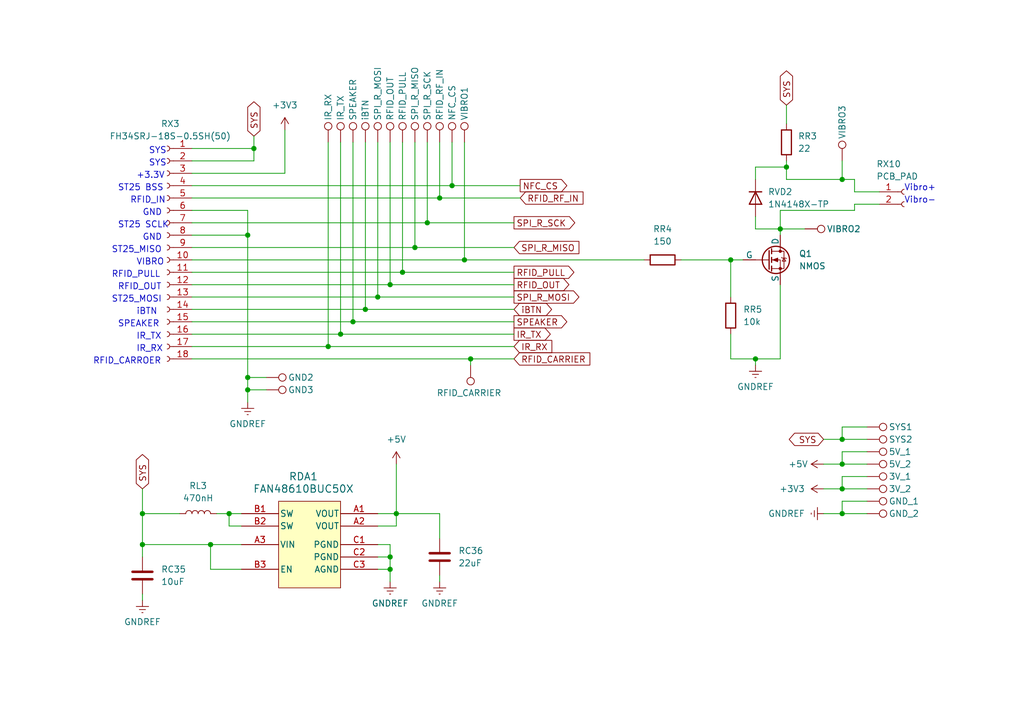
<source format=kicad_sch>
(kicad_sch
	(version 20250114)
	(generator "eeschema")
	(generator_version "9.0")
	(uuid "75c485fe-ffc4-4f6b-a8b2-2d62980acc1f")
	(paper "A5")
	(title_block
		(title "Flipper Device DIY")
		(rev "13.F7B9C6")
		(company "Originally from : Flipper Devices Inc.")
		(comment 1 "DIY Version 1.0")
	)
	(lib_symbols
		(symbol "Connector:Conn_01x02_Socket"
			(pin_names
				(offset 1.016)
				(hide yes)
			)
			(exclude_from_sim no)
			(in_bom yes)
			(on_board yes)
			(property "Reference" "J"
				(at 0 2.54 0)
				(effects
					(font
						(size 1.27 1.27)
					)
				)
			)
			(property "Value" "Conn_01x02_Socket"
				(at 0 -5.08 0)
				(effects
					(font
						(size 1.27 1.27)
					)
				)
			)
			(property "Footprint" ""
				(at 0 0 0)
				(effects
					(font
						(size 1.27 1.27)
					)
					(hide yes)
				)
			)
			(property "Datasheet" "~"
				(at 0 0 0)
				(effects
					(font
						(size 1.27 1.27)
					)
					(hide yes)
				)
			)
			(property "Description" "Generic connector, single row, 01x02, script generated"
				(at 0 0 0)
				(effects
					(font
						(size 1.27 1.27)
					)
					(hide yes)
				)
			)
			(property "ki_locked" ""
				(at 0 0 0)
				(effects
					(font
						(size 1.27 1.27)
					)
				)
			)
			(property "ki_keywords" "connector"
				(at 0 0 0)
				(effects
					(font
						(size 1.27 1.27)
					)
					(hide yes)
				)
			)
			(property "ki_fp_filters" "Connector*:*_1x??_*"
				(at 0 0 0)
				(effects
					(font
						(size 1.27 1.27)
					)
					(hide yes)
				)
			)
			(symbol "Conn_01x02_Socket_1_1"
				(polyline
					(pts
						(xy -1.27 0) (xy -0.508 0)
					)
					(stroke
						(width 0.1524)
						(type default)
					)
					(fill
						(type none)
					)
				)
				(polyline
					(pts
						(xy -1.27 -2.54) (xy -0.508 -2.54)
					)
					(stroke
						(width 0.1524)
						(type default)
					)
					(fill
						(type none)
					)
				)
				(arc
					(start 0 -0.508)
					(mid -0.5058 0)
					(end 0 0.508)
					(stroke
						(width 0.1524)
						(type default)
					)
					(fill
						(type none)
					)
				)
				(arc
					(start 0 -3.048)
					(mid -0.5058 -2.54)
					(end 0 -2.032)
					(stroke
						(width 0.1524)
						(type default)
					)
					(fill
						(type none)
					)
				)
				(pin passive line
					(at -5.08 0 0)
					(length 3.81)
					(name "Pin_1"
						(effects
							(font
								(size 1.27 1.27)
							)
						)
					)
					(number "1"
						(effects
							(font
								(size 1.27 1.27)
							)
						)
					)
				)
				(pin passive line
					(at -5.08 -2.54 0)
					(length 3.81)
					(name "Pin_2"
						(effects
							(font
								(size 1.27 1.27)
							)
						)
					)
					(number "2"
						(effects
							(font
								(size 1.27 1.27)
							)
						)
					)
				)
			)
			(embedded_fonts no)
		)
		(symbol "Connector:Conn_01x18_Socket"
			(pin_names
				(offset 1.016)
				(hide yes)
			)
			(exclude_from_sim no)
			(in_bom yes)
			(on_board yes)
			(property "Reference" "J"
				(at 0 22.86 0)
				(effects
					(font
						(size 1.27 1.27)
					)
				)
			)
			(property "Value" "Conn_01x18_Socket"
				(at 0 -25.4 0)
				(effects
					(font
						(size 1.27 1.27)
					)
				)
			)
			(property "Footprint" ""
				(at 0 0 0)
				(effects
					(font
						(size 1.27 1.27)
					)
					(hide yes)
				)
			)
			(property "Datasheet" "~"
				(at 0 0 0)
				(effects
					(font
						(size 1.27 1.27)
					)
					(hide yes)
				)
			)
			(property "Description" "Generic connector, single row, 01x18, script generated"
				(at 0 0 0)
				(effects
					(font
						(size 1.27 1.27)
					)
					(hide yes)
				)
			)
			(property "ki_locked" ""
				(at 0 0 0)
				(effects
					(font
						(size 1.27 1.27)
					)
				)
			)
			(property "ki_keywords" "connector"
				(at 0 0 0)
				(effects
					(font
						(size 1.27 1.27)
					)
					(hide yes)
				)
			)
			(property "ki_fp_filters" "Connector*:*_1x??_*"
				(at 0 0 0)
				(effects
					(font
						(size 1.27 1.27)
					)
					(hide yes)
				)
			)
			(symbol "Conn_01x18_Socket_1_1"
				(polyline
					(pts
						(xy -1.27 20.32) (xy -0.508 20.32)
					)
					(stroke
						(width 0.1524)
						(type default)
					)
					(fill
						(type none)
					)
				)
				(polyline
					(pts
						(xy -1.27 17.78) (xy -0.508 17.78)
					)
					(stroke
						(width 0.1524)
						(type default)
					)
					(fill
						(type none)
					)
				)
				(polyline
					(pts
						(xy -1.27 15.24) (xy -0.508 15.24)
					)
					(stroke
						(width 0.1524)
						(type default)
					)
					(fill
						(type none)
					)
				)
				(polyline
					(pts
						(xy -1.27 12.7) (xy -0.508 12.7)
					)
					(stroke
						(width 0.1524)
						(type default)
					)
					(fill
						(type none)
					)
				)
				(polyline
					(pts
						(xy -1.27 10.16) (xy -0.508 10.16)
					)
					(stroke
						(width 0.1524)
						(type default)
					)
					(fill
						(type none)
					)
				)
				(polyline
					(pts
						(xy -1.27 7.62) (xy -0.508 7.62)
					)
					(stroke
						(width 0.1524)
						(type default)
					)
					(fill
						(type none)
					)
				)
				(polyline
					(pts
						(xy -1.27 5.08) (xy -0.508 5.08)
					)
					(stroke
						(width 0.1524)
						(type default)
					)
					(fill
						(type none)
					)
				)
				(polyline
					(pts
						(xy -1.27 2.54) (xy -0.508 2.54)
					)
					(stroke
						(width 0.1524)
						(type default)
					)
					(fill
						(type none)
					)
				)
				(polyline
					(pts
						(xy -1.27 0) (xy -0.508 0)
					)
					(stroke
						(width 0.1524)
						(type default)
					)
					(fill
						(type none)
					)
				)
				(polyline
					(pts
						(xy -1.27 -2.54) (xy -0.508 -2.54)
					)
					(stroke
						(width 0.1524)
						(type default)
					)
					(fill
						(type none)
					)
				)
				(polyline
					(pts
						(xy -1.27 -5.08) (xy -0.508 -5.08)
					)
					(stroke
						(width 0.1524)
						(type default)
					)
					(fill
						(type none)
					)
				)
				(polyline
					(pts
						(xy -1.27 -7.62) (xy -0.508 -7.62)
					)
					(stroke
						(width 0.1524)
						(type default)
					)
					(fill
						(type none)
					)
				)
				(polyline
					(pts
						(xy -1.27 -10.16) (xy -0.508 -10.16)
					)
					(stroke
						(width 0.1524)
						(type default)
					)
					(fill
						(type none)
					)
				)
				(polyline
					(pts
						(xy -1.27 -12.7) (xy -0.508 -12.7)
					)
					(stroke
						(width 0.1524)
						(type default)
					)
					(fill
						(type none)
					)
				)
				(polyline
					(pts
						(xy -1.27 -15.24) (xy -0.508 -15.24)
					)
					(stroke
						(width 0.1524)
						(type default)
					)
					(fill
						(type none)
					)
				)
				(polyline
					(pts
						(xy -1.27 -17.78) (xy -0.508 -17.78)
					)
					(stroke
						(width 0.1524)
						(type default)
					)
					(fill
						(type none)
					)
				)
				(polyline
					(pts
						(xy -1.27 -20.32) (xy -0.508 -20.32)
					)
					(stroke
						(width 0.1524)
						(type default)
					)
					(fill
						(type none)
					)
				)
				(polyline
					(pts
						(xy -1.27 -22.86) (xy -0.508 -22.86)
					)
					(stroke
						(width 0.1524)
						(type default)
					)
					(fill
						(type none)
					)
				)
				(arc
					(start 0 19.812)
					(mid -0.5058 20.32)
					(end 0 20.828)
					(stroke
						(width 0.1524)
						(type default)
					)
					(fill
						(type none)
					)
				)
				(arc
					(start 0 17.272)
					(mid -0.5058 17.78)
					(end 0 18.288)
					(stroke
						(width 0.1524)
						(type default)
					)
					(fill
						(type none)
					)
				)
				(arc
					(start 0 14.732)
					(mid -0.5058 15.24)
					(end 0 15.748)
					(stroke
						(width 0.1524)
						(type default)
					)
					(fill
						(type none)
					)
				)
				(arc
					(start 0 12.192)
					(mid -0.5058 12.7)
					(end 0 13.208)
					(stroke
						(width 0.1524)
						(type default)
					)
					(fill
						(type none)
					)
				)
				(arc
					(start 0 9.652)
					(mid -0.5058 10.16)
					(end 0 10.668)
					(stroke
						(width 0.1524)
						(type default)
					)
					(fill
						(type none)
					)
				)
				(arc
					(start 0 7.112)
					(mid -0.5058 7.62)
					(end 0 8.128)
					(stroke
						(width 0.1524)
						(type default)
					)
					(fill
						(type none)
					)
				)
				(arc
					(start 0 4.572)
					(mid -0.5058 5.08)
					(end 0 5.588)
					(stroke
						(width 0.1524)
						(type default)
					)
					(fill
						(type none)
					)
				)
				(arc
					(start 0 2.032)
					(mid -0.5058 2.54)
					(end 0 3.048)
					(stroke
						(width 0.1524)
						(type default)
					)
					(fill
						(type none)
					)
				)
				(arc
					(start 0 -0.508)
					(mid -0.5058 0)
					(end 0 0.508)
					(stroke
						(width 0.1524)
						(type default)
					)
					(fill
						(type none)
					)
				)
				(arc
					(start 0 -3.048)
					(mid -0.5058 -2.54)
					(end 0 -2.032)
					(stroke
						(width 0.1524)
						(type default)
					)
					(fill
						(type none)
					)
				)
				(arc
					(start 0 -5.588)
					(mid -0.5058 -5.08)
					(end 0 -4.572)
					(stroke
						(width 0.1524)
						(type default)
					)
					(fill
						(type none)
					)
				)
				(arc
					(start 0 -8.128)
					(mid -0.5058 -7.62)
					(end 0 -7.112)
					(stroke
						(width 0.1524)
						(type default)
					)
					(fill
						(type none)
					)
				)
				(arc
					(start 0 -10.668)
					(mid -0.5058 -10.16)
					(end 0 -9.652)
					(stroke
						(width 0.1524)
						(type default)
					)
					(fill
						(type none)
					)
				)
				(arc
					(start 0 -13.208)
					(mid -0.5058 -12.7)
					(end 0 -12.192)
					(stroke
						(width 0.1524)
						(type default)
					)
					(fill
						(type none)
					)
				)
				(arc
					(start 0 -15.748)
					(mid -0.5058 -15.24)
					(end 0 -14.732)
					(stroke
						(width 0.1524)
						(type default)
					)
					(fill
						(type none)
					)
				)
				(arc
					(start 0 -18.288)
					(mid -0.5058 -17.78)
					(end 0 -17.272)
					(stroke
						(width 0.1524)
						(type default)
					)
					(fill
						(type none)
					)
				)
				(arc
					(start 0 -20.828)
					(mid -0.5058 -20.32)
					(end 0 -19.812)
					(stroke
						(width 0.1524)
						(type default)
					)
					(fill
						(type none)
					)
				)
				(arc
					(start 0 -23.368)
					(mid -0.5058 -22.86)
					(end 0 -22.352)
					(stroke
						(width 0.1524)
						(type default)
					)
					(fill
						(type none)
					)
				)
				(pin passive line
					(at -5.08 20.32 0)
					(length 3.81)
					(name "Pin_1"
						(effects
							(font
								(size 1.27 1.27)
							)
						)
					)
					(number "1"
						(effects
							(font
								(size 1.27 1.27)
							)
						)
					)
				)
				(pin passive line
					(at -5.08 17.78 0)
					(length 3.81)
					(name "Pin_2"
						(effects
							(font
								(size 1.27 1.27)
							)
						)
					)
					(number "2"
						(effects
							(font
								(size 1.27 1.27)
							)
						)
					)
				)
				(pin passive line
					(at -5.08 15.24 0)
					(length 3.81)
					(name "Pin_3"
						(effects
							(font
								(size 1.27 1.27)
							)
						)
					)
					(number "3"
						(effects
							(font
								(size 1.27 1.27)
							)
						)
					)
				)
				(pin passive line
					(at -5.08 12.7 0)
					(length 3.81)
					(name "Pin_4"
						(effects
							(font
								(size 1.27 1.27)
							)
						)
					)
					(number "4"
						(effects
							(font
								(size 1.27 1.27)
							)
						)
					)
				)
				(pin passive line
					(at -5.08 10.16 0)
					(length 3.81)
					(name "Pin_5"
						(effects
							(font
								(size 1.27 1.27)
							)
						)
					)
					(number "5"
						(effects
							(font
								(size 1.27 1.27)
							)
						)
					)
				)
				(pin passive line
					(at -5.08 7.62 0)
					(length 3.81)
					(name "Pin_6"
						(effects
							(font
								(size 1.27 1.27)
							)
						)
					)
					(number "6"
						(effects
							(font
								(size 1.27 1.27)
							)
						)
					)
				)
				(pin passive line
					(at -5.08 5.08 0)
					(length 3.81)
					(name "Pin_7"
						(effects
							(font
								(size 1.27 1.27)
							)
						)
					)
					(number "7"
						(effects
							(font
								(size 1.27 1.27)
							)
						)
					)
				)
				(pin passive line
					(at -5.08 2.54 0)
					(length 3.81)
					(name "Pin_8"
						(effects
							(font
								(size 1.27 1.27)
							)
						)
					)
					(number "8"
						(effects
							(font
								(size 1.27 1.27)
							)
						)
					)
				)
				(pin passive line
					(at -5.08 0 0)
					(length 3.81)
					(name "Pin_9"
						(effects
							(font
								(size 1.27 1.27)
							)
						)
					)
					(number "9"
						(effects
							(font
								(size 1.27 1.27)
							)
						)
					)
				)
				(pin passive line
					(at -5.08 -2.54 0)
					(length 3.81)
					(name "Pin_10"
						(effects
							(font
								(size 1.27 1.27)
							)
						)
					)
					(number "10"
						(effects
							(font
								(size 1.27 1.27)
							)
						)
					)
				)
				(pin passive line
					(at -5.08 -5.08 0)
					(length 3.81)
					(name "Pin_11"
						(effects
							(font
								(size 1.27 1.27)
							)
						)
					)
					(number "11"
						(effects
							(font
								(size 1.27 1.27)
							)
						)
					)
				)
				(pin passive line
					(at -5.08 -7.62 0)
					(length 3.81)
					(name "Pin_12"
						(effects
							(font
								(size 1.27 1.27)
							)
						)
					)
					(number "12"
						(effects
							(font
								(size 1.27 1.27)
							)
						)
					)
				)
				(pin passive line
					(at -5.08 -10.16 0)
					(length 3.81)
					(name "Pin_13"
						(effects
							(font
								(size 1.27 1.27)
							)
						)
					)
					(number "13"
						(effects
							(font
								(size 1.27 1.27)
							)
						)
					)
				)
				(pin passive line
					(at -5.08 -12.7 0)
					(length 3.81)
					(name "Pin_14"
						(effects
							(font
								(size 1.27 1.27)
							)
						)
					)
					(number "14"
						(effects
							(font
								(size 1.27 1.27)
							)
						)
					)
				)
				(pin passive line
					(at -5.08 -15.24 0)
					(length 3.81)
					(name "Pin_15"
						(effects
							(font
								(size 1.27 1.27)
							)
						)
					)
					(number "15"
						(effects
							(font
								(size 1.27 1.27)
							)
						)
					)
				)
				(pin passive line
					(at -5.08 -17.78 0)
					(length 3.81)
					(name "Pin_16"
						(effects
							(font
								(size 1.27 1.27)
							)
						)
					)
					(number "16"
						(effects
							(font
								(size 1.27 1.27)
							)
						)
					)
				)
				(pin passive line
					(at -5.08 -20.32 0)
					(length 3.81)
					(name "Pin_17"
						(effects
							(font
								(size 1.27 1.27)
							)
						)
					)
					(number "17"
						(effects
							(font
								(size 1.27 1.27)
							)
						)
					)
				)
				(pin passive line
					(at -5.08 -22.86 0)
					(length 3.81)
					(name "Pin_18"
						(effects
							(font
								(size 1.27 1.27)
							)
						)
					)
					(number "18"
						(effects
							(font
								(size 1.27 1.27)
							)
						)
					)
				)
			)
			(embedded_fonts no)
		)
		(symbol "Connector:TestPoint"
			(pin_numbers
				(hide yes)
			)
			(pin_names
				(offset 0.762)
				(hide yes)
			)
			(exclude_from_sim no)
			(in_bom yes)
			(on_board yes)
			(property "Reference" "TP"
				(at 0 6.858 0)
				(effects
					(font
						(size 1.27 1.27)
					)
				)
			)
			(property "Value" "TestPoint"
				(at 0 5.08 0)
				(effects
					(font
						(size 1.27 1.27)
					)
				)
			)
			(property "Footprint" ""
				(at 5.08 0 0)
				(effects
					(font
						(size 1.27 1.27)
					)
					(hide yes)
				)
			)
			(property "Datasheet" "~"
				(at 5.08 0 0)
				(effects
					(font
						(size 1.27 1.27)
					)
					(hide yes)
				)
			)
			(property "Description" "test point"
				(at 0 0 0)
				(effects
					(font
						(size 1.27 1.27)
					)
					(hide yes)
				)
			)
			(property "ki_keywords" "test point tp"
				(at 0 0 0)
				(effects
					(font
						(size 1.27 1.27)
					)
					(hide yes)
				)
			)
			(property "ki_fp_filters" "Pin* Test*"
				(at 0 0 0)
				(effects
					(font
						(size 1.27 1.27)
					)
					(hide yes)
				)
			)
			(symbol "TestPoint_0_1"
				(circle
					(center 0 3.302)
					(radius 0.762)
					(stroke
						(width 0)
						(type default)
					)
					(fill
						(type none)
					)
				)
			)
			(symbol "TestPoint_1_1"
				(pin passive line
					(at 0 0 90)
					(length 2.54)
					(name "1"
						(effects
							(font
								(size 1.27 1.27)
							)
						)
					)
					(number "1"
						(effects
							(font
								(size 1.27 1.27)
							)
						)
					)
				)
			)
			(embedded_fonts no)
		)
		(symbol "Device:C"
			(pin_numbers
				(hide yes)
			)
			(pin_names
				(offset 0.254)
			)
			(exclude_from_sim no)
			(in_bom yes)
			(on_board yes)
			(property "Reference" "C"
				(at 0.635 2.54 0)
				(effects
					(font
						(size 1.27 1.27)
					)
					(justify left)
				)
			)
			(property "Value" "C"
				(at 0.635 -2.54 0)
				(effects
					(font
						(size 1.27 1.27)
					)
					(justify left)
				)
			)
			(property "Footprint" ""
				(at 0.9652 -3.81 0)
				(effects
					(font
						(size 1.27 1.27)
					)
					(hide yes)
				)
			)
			(property "Datasheet" "~"
				(at 0 0 0)
				(effects
					(font
						(size 1.27 1.27)
					)
					(hide yes)
				)
			)
			(property "Description" "Unpolarized capacitor"
				(at 0 0 0)
				(effects
					(font
						(size 1.27 1.27)
					)
					(hide yes)
				)
			)
			(property "ki_keywords" "cap capacitor"
				(at 0 0 0)
				(effects
					(font
						(size 1.27 1.27)
					)
					(hide yes)
				)
			)
			(property "ki_fp_filters" "C_*"
				(at 0 0 0)
				(effects
					(font
						(size 1.27 1.27)
					)
					(hide yes)
				)
			)
			(symbol "C_0_1"
				(polyline
					(pts
						(xy -2.032 0.762) (xy 2.032 0.762)
					)
					(stroke
						(width 0.508)
						(type default)
					)
					(fill
						(type none)
					)
				)
				(polyline
					(pts
						(xy -2.032 -0.762) (xy 2.032 -0.762)
					)
					(stroke
						(width 0.508)
						(type default)
					)
					(fill
						(type none)
					)
				)
			)
			(symbol "C_1_1"
				(pin passive line
					(at 0 3.81 270)
					(length 2.794)
					(name "~"
						(effects
							(font
								(size 1.27 1.27)
							)
						)
					)
					(number "1"
						(effects
							(font
								(size 1.27 1.27)
							)
						)
					)
				)
				(pin passive line
					(at 0 -3.81 90)
					(length 2.794)
					(name "~"
						(effects
							(font
								(size 1.27 1.27)
							)
						)
					)
					(number "2"
						(effects
							(font
								(size 1.27 1.27)
							)
						)
					)
				)
			)
			(embedded_fonts no)
		)
		(symbol "Device:D"
			(pin_numbers
				(hide yes)
			)
			(pin_names
				(offset 1.016)
				(hide yes)
			)
			(exclude_from_sim no)
			(in_bom yes)
			(on_board yes)
			(property "Reference" "D"
				(at 0 2.54 0)
				(effects
					(font
						(size 1.27 1.27)
					)
				)
			)
			(property "Value" "D"
				(at 0 -2.54 0)
				(effects
					(font
						(size 1.27 1.27)
					)
				)
			)
			(property "Footprint" ""
				(at 0 0 0)
				(effects
					(font
						(size 1.27 1.27)
					)
					(hide yes)
				)
			)
			(property "Datasheet" "~"
				(at 0 0 0)
				(effects
					(font
						(size 1.27 1.27)
					)
					(hide yes)
				)
			)
			(property "Description" "Diode"
				(at 0 0 0)
				(effects
					(font
						(size 1.27 1.27)
					)
					(hide yes)
				)
			)
			(property "Sim.Device" "D"
				(at 0 0 0)
				(effects
					(font
						(size 1.27 1.27)
					)
					(hide yes)
				)
			)
			(property "Sim.Pins" "1=K 2=A"
				(at 0 0 0)
				(effects
					(font
						(size 1.27 1.27)
					)
					(hide yes)
				)
			)
			(property "ki_keywords" "diode"
				(at 0 0 0)
				(effects
					(font
						(size 1.27 1.27)
					)
					(hide yes)
				)
			)
			(property "ki_fp_filters" "TO-???* *_Diode_* *SingleDiode* D_*"
				(at 0 0 0)
				(effects
					(font
						(size 1.27 1.27)
					)
					(hide yes)
				)
			)
			(symbol "D_0_1"
				(polyline
					(pts
						(xy -1.27 1.27) (xy -1.27 -1.27)
					)
					(stroke
						(width 0.254)
						(type default)
					)
					(fill
						(type none)
					)
				)
				(polyline
					(pts
						(xy 1.27 1.27) (xy 1.27 -1.27) (xy -1.27 0) (xy 1.27 1.27)
					)
					(stroke
						(width 0.254)
						(type default)
					)
					(fill
						(type none)
					)
				)
				(polyline
					(pts
						(xy 1.27 0) (xy -1.27 0)
					)
					(stroke
						(width 0)
						(type default)
					)
					(fill
						(type none)
					)
				)
			)
			(symbol "D_1_1"
				(pin passive line
					(at -3.81 0 0)
					(length 2.54)
					(name "K"
						(effects
							(font
								(size 1.27 1.27)
							)
						)
					)
					(number "1"
						(effects
							(font
								(size 1.27 1.27)
							)
						)
					)
				)
				(pin passive line
					(at 3.81 0 180)
					(length 2.54)
					(name "A"
						(effects
							(font
								(size 1.27 1.27)
							)
						)
					)
					(number "2"
						(effects
							(font
								(size 1.27 1.27)
							)
						)
					)
				)
			)
			(embedded_fonts no)
		)
		(symbol "Device:L"
			(pin_numbers
				(hide yes)
			)
			(pin_names
				(offset 1.016)
				(hide yes)
			)
			(exclude_from_sim no)
			(in_bom yes)
			(on_board yes)
			(property "Reference" "L"
				(at -1.27 0 90)
				(effects
					(font
						(size 1.27 1.27)
					)
				)
			)
			(property "Value" "L"
				(at 1.905 0 90)
				(effects
					(font
						(size 1.27 1.27)
					)
				)
			)
			(property "Footprint" ""
				(at 0 0 0)
				(effects
					(font
						(size 1.27 1.27)
					)
					(hide yes)
				)
			)
			(property "Datasheet" "~"
				(at 0 0 0)
				(effects
					(font
						(size 1.27 1.27)
					)
					(hide yes)
				)
			)
			(property "Description" "Inductor"
				(at 0 0 0)
				(effects
					(font
						(size 1.27 1.27)
					)
					(hide yes)
				)
			)
			(property "ki_keywords" "inductor choke coil reactor magnetic"
				(at 0 0 0)
				(effects
					(font
						(size 1.27 1.27)
					)
					(hide yes)
				)
			)
			(property "ki_fp_filters" "Choke_* *Coil* Inductor_* L_*"
				(at 0 0 0)
				(effects
					(font
						(size 1.27 1.27)
					)
					(hide yes)
				)
			)
			(symbol "L_0_1"
				(arc
					(start 0 2.54)
					(mid 0.6323 1.905)
					(end 0 1.27)
					(stroke
						(width 0)
						(type default)
					)
					(fill
						(type none)
					)
				)
				(arc
					(start 0 1.27)
					(mid 0.6323 0.635)
					(end 0 0)
					(stroke
						(width 0)
						(type default)
					)
					(fill
						(type none)
					)
				)
				(arc
					(start 0 0)
					(mid 0.6323 -0.635)
					(end 0 -1.27)
					(stroke
						(width 0)
						(type default)
					)
					(fill
						(type none)
					)
				)
				(arc
					(start 0 -1.27)
					(mid 0.6323 -1.905)
					(end 0 -2.54)
					(stroke
						(width 0)
						(type default)
					)
					(fill
						(type none)
					)
				)
			)
			(symbol "L_1_1"
				(pin passive line
					(at 0 3.81 270)
					(length 1.27)
					(name "1"
						(effects
							(font
								(size 1.27 1.27)
							)
						)
					)
					(number "1"
						(effects
							(font
								(size 1.27 1.27)
							)
						)
					)
				)
				(pin passive line
					(at 0 -3.81 90)
					(length 1.27)
					(name "2"
						(effects
							(font
								(size 1.27 1.27)
							)
						)
					)
					(number "2"
						(effects
							(font
								(size 1.27 1.27)
							)
						)
					)
				)
			)
			(embedded_fonts no)
		)
		(symbol "Device:R"
			(pin_numbers
				(hide yes)
			)
			(pin_names
				(offset 0)
			)
			(exclude_from_sim no)
			(in_bom yes)
			(on_board yes)
			(property "Reference" "R"
				(at 2.032 0 90)
				(effects
					(font
						(size 1.27 1.27)
					)
				)
			)
			(property "Value" "R"
				(at 0 0 90)
				(effects
					(font
						(size 1.27 1.27)
					)
				)
			)
			(property "Footprint" ""
				(at -1.778 0 90)
				(effects
					(font
						(size 1.27 1.27)
					)
					(hide yes)
				)
			)
			(property "Datasheet" "~"
				(at 0 0 0)
				(effects
					(font
						(size 1.27 1.27)
					)
					(hide yes)
				)
			)
			(property "Description" "Resistor"
				(at 0 0 0)
				(effects
					(font
						(size 1.27 1.27)
					)
					(hide yes)
				)
			)
			(property "ki_keywords" "R res resistor"
				(at 0 0 0)
				(effects
					(font
						(size 1.27 1.27)
					)
					(hide yes)
				)
			)
			(property "ki_fp_filters" "R_*"
				(at 0 0 0)
				(effects
					(font
						(size 1.27 1.27)
					)
					(hide yes)
				)
			)
			(symbol "R_0_1"
				(rectangle
					(start -1.016 -2.54)
					(end 1.016 2.54)
					(stroke
						(width 0.254)
						(type default)
					)
					(fill
						(type none)
					)
				)
			)
			(symbol "R_1_1"
				(pin passive line
					(at 0 3.81 270)
					(length 1.27)
					(name "~"
						(effects
							(font
								(size 1.27 1.27)
							)
						)
					)
					(number "1"
						(effects
							(font
								(size 1.27 1.27)
							)
						)
					)
				)
				(pin passive line
					(at 0 -3.81 90)
					(length 1.27)
					(name "~"
						(effects
							(font
								(size 1.27 1.27)
							)
						)
					)
					(number "2"
						(effects
							(font
								(size 1.27 1.27)
							)
						)
					)
				)
			)
			(embedded_fonts no)
		)
		(symbol "FAN48610BUC50X:FAN48610BUC50X"
			(pin_names
				(offset 0.254)
			)
			(exclude_from_sim no)
			(in_bom yes)
			(on_board yes)
			(property "Reference" "RDA1"
				(at 0 7.62 0)
				(effects
					(font
						(size 1.524 1.524)
					)
				)
			)
			(property "Value" "FAN48610BUC50X"
				(at 0 5.08 0)
				(effects
					(font
						(size 1.524 1.524)
					)
				)
			)
			(property "Footprint" "WLCSP9_1P2X1P2_ONS"
				(at 20.32 1.27 0)
				(effects
					(font
						(size 1.27 1.27)
						(italic yes)
					)
					(hide yes)
				)
			)
			(property "Datasheet" "FAN48610BUC50X"
				(at 15.24 0 0)
				(effects
					(font
						(size 1.27 1.27)
						(italic yes)
					)
					(hide yes)
				)
			)
			(property "Description" ""
				(at 0 0 0)
				(effects
					(font
						(size 1.27 1.27)
					)
					(hide yes)
				)
			)
			(property "ki_locked" ""
				(at 0 0 0)
				(effects
					(font
						(size 1.27 1.27)
					)
				)
			)
			(property "ki_keywords" "FAN48610BUC50X"
				(at 0 0 0)
				(effects
					(font
						(size 1.27 1.27)
					)
					(hide yes)
				)
			)
			(property "ki_fp_filters" "WLCSP9_1P2X1P2_ONS"
				(at 0 0 0)
				(effects
					(font
						(size 1.27 1.27)
					)
					(hide yes)
				)
			)
			(symbol "FAN48610BUC50X_0_1"
				(pin unspecified line
					(at -12.7 0 0)
					(length 7.62)
					(name "SW"
						(effects
							(font
								(size 1.27 1.27)
							)
						)
					)
					(number "B1"
						(effects
							(font
								(size 1.27 1.27)
							)
						)
					)
				)
				(pin unspecified line
					(at -12.7 -2.54 0)
					(length 7.62)
					(name "SW"
						(effects
							(font
								(size 1.27 1.27)
							)
						)
					)
					(number "B2"
						(effects
							(font
								(size 1.27 1.27)
							)
						)
					)
				)
				(pin unspecified line
					(at -12.7 -6.35 0)
					(length 7.62)
					(name "VIN"
						(effects
							(font
								(size 1.27 1.27)
							)
						)
					)
					(number "A3"
						(effects
							(font
								(size 1.27 1.27)
							)
						)
					)
				)
				(pin unspecified line
					(at -12.7 -11.43 0)
					(length 7.62)
					(name "EN"
						(effects
							(font
								(size 1.27 1.27)
							)
						)
					)
					(number "B3"
						(effects
							(font
								(size 1.27 1.27)
							)
						)
					)
				)
				(pin passive line
					(at 15.24 0 180)
					(length 7.62)
					(name "VOUT"
						(effects
							(font
								(size 1.27 1.27)
							)
						)
					)
					(number "A1"
						(effects
							(font
								(size 1.27 1.27)
							)
						)
					)
				)
				(pin passive line
					(at 15.24 -2.54 180)
					(length 7.62)
					(name "VOUT"
						(effects
							(font
								(size 1.27 1.27)
							)
						)
					)
					(number "A2"
						(effects
							(font
								(size 1.27 1.27)
							)
						)
					)
				)
				(pin passive line
					(at 15.24 -6.35 180)
					(length 7.62)
					(name "PGND"
						(effects
							(font
								(size 1.27 1.27)
							)
						)
					)
					(number "C1"
						(effects
							(font
								(size 1.27 1.27)
							)
						)
					)
				)
				(pin passive line
					(at 15.24 -8.89 180)
					(length 7.62)
					(name "PGND"
						(effects
							(font
								(size 1.27 1.27)
							)
						)
					)
					(number "C2"
						(effects
							(font
								(size 1.27 1.27)
							)
						)
					)
				)
				(pin passive line
					(at 15.24 -11.43 180)
					(length 7.62)
					(name "AGND"
						(effects
							(font
								(size 1.27 1.27)
							)
						)
					)
					(number "C3"
						(effects
							(font
								(size 1.27 1.27)
							)
						)
					)
				)
			)
			(symbol "FAN48610BUC50X_1_1"
				(rectangle
					(start -5.08 2.54)
					(end 7.62 -15.24)
					(stroke
						(width 0)
						(type default)
					)
					(fill
						(type background)
					)
				)
			)
			(embedded_fonts no)
		)
		(symbol "Simulation_SPICE:NMOS"
			(pin_numbers
				(hide yes)
			)
			(pin_names
				(offset 0)
			)
			(exclude_from_sim no)
			(in_bom yes)
			(on_board yes)
			(property "Reference" "Q"
				(at 5.08 1.27 0)
				(effects
					(font
						(size 1.27 1.27)
					)
					(justify left)
				)
			)
			(property "Value" "NMOS"
				(at 5.08 -1.27 0)
				(effects
					(font
						(size 1.27 1.27)
					)
					(justify left)
				)
			)
			(property "Footprint" ""
				(at 5.08 2.54 0)
				(effects
					(font
						(size 1.27 1.27)
					)
					(hide yes)
				)
			)
			(property "Datasheet" "https://ngspice.sourceforge.io/docs/ngspice-manual.pdf"
				(at 0 -12.7 0)
				(effects
					(font
						(size 1.27 1.27)
					)
					(hide yes)
				)
			)
			(property "Description" "N-MOSFET transistor, drain/source/gate"
				(at 0 0 0)
				(effects
					(font
						(size 1.27 1.27)
					)
					(hide yes)
				)
			)
			(property "Sim.Device" "NMOS"
				(at 0 -17.145 0)
				(effects
					(font
						(size 1.27 1.27)
					)
					(hide yes)
				)
			)
			(property "Sim.Type" "VDMOS"
				(at 0 -19.05 0)
				(effects
					(font
						(size 1.27 1.27)
					)
					(hide yes)
				)
			)
			(property "Sim.Pins" "1=D 2=G 3=S"
				(at 0 -15.24 0)
				(effects
					(font
						(size 1.27 1.27)
					)
					(hide yes)
				)
			)
			(property "ki_keywords" "transistor NMOS N-MOS N-MOSFET simulation"
				(at 0 0 0)
				(effects
					(font
						(size 1.27 1.27)
					)
					(hide yes)
				)
			)
			(symbol "NMOS_0_1"
				(polyline
					(pts
						(xy 0.254 1.905) (xy 0.254 -1.905)
					)
					(stroke
						(width 0.254)
						(type default)
					)
					(fill
						(type none)
					)
				)
				(polyline
					(pts
						(xy 0.254 0) (xy -2.54 0)
					)
					(stroke
						(width 0)
						(type default)
					)
					(fill
						(type none)
					)
				)
				(polyline
					(pts
						(xy 0.762 2.286) (xy 0.762 1.27)
					)
					(stroke
						(width 0.254)
						(type default)
					)
					(fill
						(type none)
					)
				)
				(polyline
					(pts
						(xy 0.762 0.508) (xy 0.762 -0.508)
					)
					(stroke
						(width 0.254)
						(type default)
					)
					(fill
						(type none)
					)
				)
				(polyline
					(pts
						(xy 0.762 -1.27) (xy 0.762 -2.286)
					)
					(stroke
						(width 0.254)
						(type default)
					)
					(fill
						(type none)
					)
				)
				(polyline
					(pts
						(xy 0.762 -1.778) (xy 3.302 -1.778) (xy 3.302 1.778) (xy 0.762 1.778)
					)
					(stroke
						(width 0)
						(type default)
					)
					(fill
						(type none)
					)
				)
				(polyline
					(pts
						(xy 1.016 0) (xy 2.032 0.381) (xy 2.032 -0.381) (xy 1.016 0)
					)
					(stroke
						(width 0)
						(type default)
					)
					(fill
						(type outline)
					)
				)
				(circle
					(center 1.651 0)
					(radius 2.794)
					(stroke
						(width 0.254)
						(type default)
					)
					(fill
						(type none)
					)
				)
				(polyline
					(pts
						(xy 2.54 2.54) (xy 2.54 1.778)
					)
					(stroke
						(width 0)
						(type default)
					)
					(fill
						(type none)
					)
				)
				(circle
					(center 2.54 1.778)
					(radius 0.254)
					(stroke
						(width 0)
						(type default)
					)
					(fill
						(type outline)
					)
				)
				(circle
					(center 2.54 -1.778)
					(radius 0.254)
					(stroke
						(width 0)
						(type default)
					)
					(fill
						(type outline)
					)
				)
				(polyline
					(pts
						(xy 2.54 -2.54) (xy 2.54 0) (xy 0.762 0)
					)
					(stroke
						(width 0)
						(type default)
					)
					(fill
						(type none)
					)
				)
				(polyline
					(pts
						(xy 2.794 0.508) (xy 2.921 0.381) (xy 3.683 0.381) (xy 3.81 0.254)
					)
					(stroke
						(width 0)
						(type default)
					)
					(fill
						(type none)
					)
				)
				(polyline
					(pts
						(xy 3.302 0.381) (xy 2.921 -0.254) (xy 3.683 -0.254) (xy 3.302 0.381)
					)
					(stroke
						(width 0)
						(type default)
					)
					(fill
						(type none)
					)
				)
			)
			(symbol "NMOS_1_1"
				(pin input line
					(at -5.08 0 0)
					(length 2.54)
					(name "G"
						(effects
							(font
								(size 1.27 1.27)
							)
						)
					)
					(number "2"
						(effects
							(font
								(size 1.27 1.27)
							)
						)
					)
				)
				(pin passive line
					(at 2.54 5.08 270)
					(length 2.54)
					(name "D"
						(effects
							(font
								(size 1.27 1.27)
							)
						)
					)
					(number "1"
						(effects
							(font
								(size 1.27 1.27)
							)
						)
					)
				)
				(pin passive line
					(at 2.54 -5.08 90)
					(length 2.54)
					(name "S"
						(effects
							(font
								(size 1.27 1.27)
							)
						)
					)
					(number "3"
						(effects
							(font
								(size 1.27 1.27)
							)
						)
					)
				)
			)
			(embedded_fonts no)
		)
		(symbol "power:+3V3"
			(power)
			(pin_names
				(offset 0)
			)
			(exclude_from_sim no)
			(in_bom yes)
			(on_board yes)
			(property "Reference" "#PWR"
				(at 0 -3.81 0)
				(effects
					(font
						(size 1.27 1.27)
					)
					(hide yes)
				)
			)
			(property "Value" "+3V3"
				(at 0 3.556 0)
				(effects
					(font
						(size 1.27 1.27)
					)
				)
			)
			(property "Footprint" ""
				(at 0 0 0)
				(effects
					(font
						(size 1.27 1.27)
					)
					(hide yes)
				)
			)
			(property "Datasheet" ""
				(at 0 0 0)
				(effects
					(font
						(size 1.27 1.27)
					)
					(hide yes)
				)
			)
			(property "Description" "Power symbol creates a global label with name \"+3V3\""
				(at 0 0 0)
				(effects
					(font
						(size 1.27 1.27)
					)
					(hide yes)
				)
			)
			(property "ki_keywords" "global power"
				(at 0 0 0)
				(effects
					(font
						(size 1.27 1.27)
					)
					(hide yes)
				)
			)
			(symbol "+3V3_0_1"
				(polyline
					(pts
						(xy -0.762 1.27) (xy 0 2.54)
					)
					(stroke
						(width 0)
						(type default)
					)
					(fill
						(type none)
					)
				)
				(polyline
					(pts
						(xy 0 2.54) (xy 0.762 1.27)
					)
					(stroke
						(width 0)
						(type default)
					)
					(fill
						(type none)
					)
				)
				(polyline
					(pts
						(xy 0 0) (xy 0 2.54)
					)
					(stroke
						(width 0)
						(type default)
					)
					(fill
						(type none)
					)
				)
			)
			(symbol "+3V3_1_1"
				(pin power_in line
					(at 0 0 90)
					(length 0)
					(hide yes)
					(name "+3V3"
						(effects
							(font
								(size 1.27 1.27)
							)
						)
					)
					(number "1"
						(effects
							(font
								(size 1.27 1.27)
							)
						)
					)
				)
			)
			(embedded_fonts no)
		)
		(symbol "power:+5V"
			(power)
			(pin_names
				(offset 0)
			)
			(exclude_from_sim no)
			(in_bom yes)
			(on_board yes)
			(property "Reference" "#PWR"
				(at 0 -3.81 0)
				(effects
					(font
						(size 1.27 1.27)
					)
					(hide yes)
				)
			)
			(property "Value" "+5V"
				(at 0 3.556 0)
				(effects
					(font
						(size 1.27 1.27)
					)
				)
			)
			(property "Footprint" ""
				(at 0 0 0)
				(effects
					(font
						(size 1.27 1.27)
					)
					(hide yes)
				)
			)
			(property "Datasheet" ""
				(at 0 0 0)
				(effects
					(font
						(size 1.27 1.27)
					)
					(hide yes)
				)
			)
			(property "Description" "Power symbol creates a global label with name \"+5V\""
				(at 0 0 0)
				(effects
					(font
						(size 1.27 1.27)
					)
					(hide yes)
				)
			)
			(property "ki_keywords" "global power"
				(at 0 0 0)
				(effects
					(font
						(size 1.27 1.27)
					)
					(hide yes)
				)
			)
			(symbol "+5V_0_1"
				(polyline
					(pts
						(xy -0.762 1.27) (xy 0 2.54)
					)
					(stroke
						(width 0)
						(type default)
					)
					(fill
						(type none)
					)
				)
				(polyline
					(pts
						(xy 0 2.54) (xy 0.762 1.27)
					)
					(stroke
						(width 0)
						(type default)
					)
					(fill
						(type none)
					)
				)
				(polyline
					(pts
						(xy 0 0) (xy 0 2.54)
					)
					(stroke
						(width 0)
						(type default)
					)
					(fill
						(type none)
					)
				)
			)
			(symbol "+5V_1_1"
				(pin power_in line
					(at 0 0 90)
					(length 0)
					(hide yes)
					(name "+5V"
						(effects
							(font
								(size 1.27 1.27)
							)
						)
					)
					(number "1"
						(effects
							(font
								(size 1.27 1.27)
							)
						)
					)
				)
			)
			(embedded_fonts no)
		)
		(symbol "power:GNDREF"
			(power)
			(pin_names
				(offset 0)
			)
			(exclude_from_sim no)
			(in_bom yes)
			(on_board yes)
			(property "Reference" "#PWR"
				(at 0 -6.35 0)
				(effects
					(font
						(size 1.27 1.27)
					)
					(hide yes)
				)
			)
			(property "Value" "GNDREF"
				(at 0 -3.81 0)
				(effects
					(font
						(size 1.27 1.27)
					)
				)
			)
			(property "Footprint" ""
				(at 0 0 0)
				(effects
					(font
						(size 1.27 1.27)
					)
					(hide yes)
				)
			)
			(property "Datasheet" ""
				(at 0 0 0)
				(effects
					(font
						(size 1.27 1.27)
					)
					(hide yes)
				)
			)
			(property "Description" "Power symbol creates a global label with name \"GNDREF\" , reference supply ground"
				(at 0 0 0)
				(effects
					(font
						(size 1.27 1.27)
					)
					(hide yes)
				)
			)
			(property "ki_keywords" "global power"
				(at 0 0 0)
				(effects
					(font
						(size 1.27 1.27)
					)
					(hide yes)
				)
			)
			(symbol "GNDREF_0_1"
				(polyline
					(pts
						(xy -0.635 -1.905) (xy 0.635 -1.905)
					)
					(stroke
						(width 0)
						(type default)
					)
					(fill
						(type none)
					)
				)
				(polyline
					(pts
						(xy -0.127 -2.54) (xy 0.127 -2.54)
					)
					(stroke
						(width 0)
						(type default)
					)
					(fill
						(type none)
					)
				)
				(polyline
					(pts
						(xy 0 -1.27) (xy 0 0)
					)
					(stroke
						(width 0)
						(type default)
					)
					(fill
						(type none)
					)
				)
				(polyline
					(pts
						(xy 1.27 -1.27) (xy -1.27 -1.27)
					)
					(stroke
						(width 0)
						(type default)
					)
					(fill
						(type none)
					)
				)
			)
			(symbol "GNDREF_1_1"
				(pin power_in line
					(at 0 0 270)
					(length 0)
					(hide yes)
					(name "GNDREF"
						(effects
							(font
								(size 1.27 1.27)
							)
						)
					)
					(number "1"
						(effects
							(font
								(size 1.27 1.27)
							)
						)
					)
				)
			)
			(embedded_fonts no)
		)
	)
	(text "RFID_PULL"
		(exclude_from_sim no)
		(at 22.86 57.15 0)
		(effects
			(font
				(size 1.27 1.27)
			)
			(justify left bottom)
		)
		(uuid "05c65093-cdb3-4db1-853e-c19569b7d8c0")
	)
	(text "VIBRO"
		(exclude_from_sim no)
		(at 27.94 54.61 0)
		(effects
			(font
				(size 1.27 1.27)
			)
			(justify left bottom)
		)
		(uuid "1117b42b-778c-45f0-b62f-502eb942fa54")
	)
	(text "Vibro+"
		(exclude_from_sim no)
		(at 185.42 39.37 0)
		(effects
			(font
				(size 1.27 1.27)
			)
			(justify left bottom)
		)
		(uuid "28dd47f6-9bb9-4a23-a0be-53ce761c9c65")
	)
	(text "RFID_CARROER"
		(exclude_from_sim no)
		(at 19.05 74.93 0)
		(effects
			(font
				(size 1.27 1.27)
			)
			(justify left bottom)
		)
		(uuid "33b011ab-1b69-42a2-b44a-5a4d99404330")
	)
	(text "SYS"
		(exclude_from_sim no)
		(at 30.48 31.75 0)
		(effects
			(font
				(size 1.27 1.27)
			)
			(justify left bottom)
		)
		(uuid "38a92cd6-8078-40a0-ba5e-58eecfe28e46")
	)
	(text "ST25_MOSI"
		(exclude_from_sim no)
		(at 22.86 62.23 0)
		(effects
			(font
				(size 1.27 1.27)
			)
			(justify left bottom)
		)
		(uuid "3b8c527e-aee1-4f6f-8402-69889fdc15d2")
	)
	(text "ST25 SCLK"
		(exclude_from_sim no)
		(at 24.13 46.99 0)
		(effects
			(font
				(size 1.27 1.27)
			)
			(justify left bottom)
		)
		(uuid "3e13af21-93bc-4a10-9ce3-7f506e9f8ff2")
	)
	(text "RFID_IN"
		(exclude_from_sim no)
		(at 26.67 41.91 0)
		(effects
			(font
				(size 1.27 1.27)
			)
			(justify left bottom)
		)
		(uuid "3e836622-d897-40cf-bfea-2413d45efe7c")
	)
	(text "GND"
		(exclude_from_sim no)
		(at 29.21 44.45 0)
		(effects
			(font
				(size 1.27 1.27)
			)
			(justify left bottom)
		)
		(uuid "3fab1171-6ab9-42f1-b910-03d24754da3b")
	)
	(text "ST25 BSS"
		(exclude_from_sim no)
		(at 24.13 39.37 0)
		(effects
			(font
				(size 1.27 1.27)
			)
			(justify left bottom)
		)
		(uuid "89af52ca-bc92-4a27-957c-d3862cf5b57a")
	)
	(text "IR_TX"
		(exclude_from_sim no)
		(at 27.94 69.85 0)
		(effects
			(font
				(size 1.27 1.27)
			)
			(justify left bottom)
		)
		(uuid "8a424b2a-ee86-4c09-aaa2-5b448828e9f2")
	)
	(text "SPEAKER"
		(exclude_from_sim no)
		(at 24.13 67.31 0)
		(effects
			(font
				(size 1.27 1.27)
			)
			(justify left bottom)
		)
		(uuid "9731fd8d-df3e-406c-9134-df0e4e1f6489")
	)
	(text "Vibro-"
		(exclude_from_sim no)
		(at 185.42 41.91 0)
		(effects
			(font
				(size 1.27 1.27)
			)
			(justify left bottom)
		)
		(uuid "a803e696-46a7-4bd3-9430-2d79f2c40743")
	)
	(text "IR_RX"
		(exclude_from_sim no)
		(at 27.94 72.39 0)
		(effects
			(font
				(size 1.27 1.27)
			)
			(justify left bottom)
		)
		(uuid "bd7af9bc-cf11-4404-8f34-5456bb2cf462")
	)
	(text "RFID_OUT"
		(exclude_from_sim no)
		(at 24.13 59.69 0)
		(effects
			(font
				(size 1.27 1.27)
			)
			(justify left bottom)
		)
		(uuid "ca21bff9-730a-465b-a421-d8f3b2e18994")
	)
	(text "+3.3V"
		(exclude_from_sim no)
		(at 27.94 36.83 0)
		(effects
			(font
				(size 1.27 1.27)
			)
			(justify left bottom)
		)
		(uuid "cf565b33-1a41-4b2c-8a44-731673018460")
	)
	(text "iBTN"
		(exclude_from_sim no)
		(at 27.94 64.77 0)
		(effects
			(font
				(size 1.27 1.27)
			)
			(justify left bottom)
		)
		(uuid "d3256e48-136b-431f-92af-30714d93f0a3")
	)
	(text "SYS"
		(exclude_from_sim no)
		(at 30.48 34.29 0)
		(effects
			(font
				(size 1.27 1.27)
			)
			(justify left bottom)
		)
		(uuid "e484e97b-e7d1-4e33-858c-63dfc46cf8b5")
	)
	(text "GND"
		(exclude_from_sim no)
		(at 29.21 49.53 0)
		(effects
			(font
				(size 1.27 1.27)
			)
			(justify left bottom)
		)
		(uuid "e7c78913-2c18-43ec-bf87-05fa03431393")
	)
	(text "ST25_MISO"
		(exclude_from_sim no)
		(at 22.86 52.07 0)
		(effects
			(font
				(size 1.27 1.27)
			)
			(justify left bottom)
		)
		(uuid "f53a69fb-bf60-4fb2-8841-cf9607f7708b")
	)
	(junction
		(at 80.01 58.42)
		(diameter 0)
		(color 0 0 0 0)
		(uuid "01984116-05c9-4eb2-8e7d-42465ef14935")
	)
	(junction
		(at 85.09 50.8)
		(diameter 0)
		(color 0 0 0 0)
		(uuid "084fcd90-3cb5-4439-b5ca-bca7bd99f18f")
	)
	(junction
		(at 90.17 40.64)
		(diameter 0)
		(color 0 0 0 0)
		(uuid "16602757-0cd3-4b73-b6b2-8f2ff955d74f")
	)
	(junction
		(at 95.25 53.34)
		(diameter 0)
		(color 0 0 0 0)
		(uuid "1e458ccb-9195-4427-bc61-9acae1f5cd42")
	)
	(junction
		(at 172.72 100.33)
		(diameter 0)
		(color 0 0 0 0)
		(uuid "29c7973d-5ccc-4989-abed-9b4970c75709")
	)
	(junction
		(at 87.63 45.72)
		(diameter 0)
		(color 0 0 0 0)
		(uuid "2fc734bf-8d00-4d92-aed8-ac6c3e7b7910")
	)
	(junction
		(at 160.02 46.99)
		(diameter 0)
		(color 0 0 0 0)
		(uuid "3859183d-ad94-48de-8def-61f148502385")
	)
	(junction
		(at 46.99 105.41)
		(diameter 0)
		(color 0 0 0 0)
		(uuid "3c341dd7-fa2b-42f8-88b0-8797b52a0f05")
	)
	(junction
		(at 50.8 80.01)
		(diameter 0)
		(color 0 0 0 0)
		(uuid "4014cbdb-3883-46c7-80ca-37edd7c3985a")
	)
	(junction
		(at 29.21 105.41)
		(diameter 0)
		(color 0 0 0 0)
		(uuid "5412e8ac-9a99-4b1a-ab96-fb2593566f75")
	)
	(junction
		(at 29.21 111.76)
		(diameter 0)
		(color 0 0 0 0)
		(uuid "569e2d95-4034-4cea-bcc1-22e3cf48cadb")
	)
	(junction
		(at 80.01 116.84)
		(diameter 0)
		(color 0 0 0 0)
		(uuid "5d164501-1305-4346-b0e6-4b447d93b05a")
	)
	(junction
		(at 172.72 95.25)
		(diameter 0)
		(color 0 0 0 0)
		(uuid "651fe283-9071-48b7-ad1b-7c94f31c20ea")
	)
	(junction
		(at 81.28 105.41)
		(diameter 0)
		(color 0 0 0 0)
		(uuid "6a824467-8b61-41d7-9d6f-c65fc5ca5335")
	)
	(junction
		(at 172.72 105.41)
		(diameter 0)
		(color 0 0 0 0)
		(uuid "72e9e192-c985-474e-9127-1125038eb3f0")
	)
	(junction
		(at 67.31 71.12)
		(diameter 0)
		(color 0 0 0 0)
		(uuid "7325b3b3-0bf8-49a9-9e08-2b69d76588be")
	)
	(junction
		(at 80.01 114.3)
		(diameter 0)
		(color 0 0 0 0)
		(uuid "73f97633-54c7-4cc4-b26e-6e775f0d863a")
	)
	(junction
		(at 154.94 73.66)
		(diameter 0)
		(color 0 0 0 0)
		(uuid "834bf263-889d-4ca0-82cd-54b1079dcd74")
	)
	(junction
		(at 149.86 53.34)
		(diameter 0)
		(color 0 0 0 0)
		(uuid "a37d6551-d422-400a-bbab-39e2001b70fb")
	)
	(junction
		(at 172.72 90.17)
		(diameter 0)
		(color 0 0 0 0)
		(uuid "a3b85f04-4c09-469a-baed-7e0beabd7881")
	)
	(junction
		(at 74.93 63.5)
		(diameter 0)
		(color 0 0 0 0)
		(uuid "aad4ce3d-b6b7-4b77-b4a2-4666d1f1b2f1")
	)
	(junction
		(at 50.8 48.26)
		(diameter 0)
		(color 0 0 0 0)
		(uuid "bd276ac6-180b-4228-9f69-27dcf76028b9")
	)
	(junction
		(at 172.72 36.83)
		(diameter 0)
		(color 0 0 0 0)
		(uuid "bdf1583d-ecd6-4dba-b7d9-ecf537df9921")
	)
	(junction
		(at 69.85 68.58)
		(diameter 0)
		(color 0 0 0 0)
		(uuid "c16dbdd8-4f6f-45f6-9f64-64adfcad8510")
	)
	(junction
		(at 43.18 111.76)
		(diameter 0)
		(color 0 0 0 0)
		(uuid "c61c8488-14ac-4b29-a158-52705a13e2ee")
	)
	(junction
		(at 52.07 30.48)
		(diameter 0)
		(color 0 0 0 0)
		(uuid "c8377a48-4cc1-4f95-8402-83c459851bcd")
	)
	(junction
		(at 77.47 60.96)
		(diameter 0)
		(color 0 0 0 0)
		(uuid "d54fde10-e6ad-44f7-bf63-4dd6ff672dec")
	)
	(junction
		(at 72.39 66.04)
		(diameter 0)
		(color 0 0 0 0)
		(uuid "dbd25d01-9260-4188-9323-6cab90ef8912")
	)
	(junction
		(at 50.8 77.47)
		(diameter 0)
		(color 0 0 0 0)
		(uuid "de432e72-93fe-42bd-b355-b376bc46a252")
	)
	(junction
		(at 82.55 55.88)
		(diameter 0)
		(color 0 0 0 0)
		(uuid "e26ebd70-f73f-44a4-8b90-713248d60ab4")
	)
	(junction
		(at 161.29 34.29)
		(diameter 0)
		(color 0 0 0 0)
		(uuid "e9808310-be24-405a-af43-00445ca1066e")
	)
	(junction
		(at 92.71 38.1)
		(diameter 0)
		(color 0 0 0 0)
		(uuid "f8dc409e-b625-4486-b05a-674df6865f7d")
	)
	(junction
		(at 96.52 73.66)
		(diameter 0)
		(color 0 0 0 0)
		(uuid "faf8a1cc-643b-4387-9e0b-fc589755395c")
	)
	(wire
		(pts
			(xy 160.02 46.99) (xy 160.02 43.18)
		)
		(stroke
			(width 0)
			(type default)
		)
		(uuid "001e2817-4281-4b78-96e7-696b2e6a5c19")
	)
	(wire
		(pts
			(xy 52.07 30.48) (xy 52.07 27.94)
		)
		(stroke
			(width 0)
			(type default)
		)
		(uuid "05239dc8-df5d-478e-a302-f3d4c0f0cf73")
	)
	(wire
		(pts
			(xy 96.52 73.66) (xy 105.41 73.66)
		)
		(stroke
			(width 0)
			(type default)
		)
		(uuid "09bee74c-1151-4a9a-b035-2939443cf1bd")
	)
	(wire
		(pts
			(xy 96.52 74.93) (xy 96.52 73.66)
		)
		(stroke
			(width 0)
			(type default)
		)
		(uuid "09df53f0-9a25-4c77-acfd-22d9c8b7db46")
	)
	(wire
		(pts
			(xy 90.17 118.11) (xy 90.17 119.38)
		)
		(stroke
			(width 0)
			(type default)
		)
		(uuid "0a91c7ef-11f4-4c53-946a-d374c4f582ad")
	)
	(wire
		(pts
			(xy 77.47 111.76) (xy 80.01 111.76)
		)
		(stroke
			(width 0)
			(type default)
		)
		(uuid "0b302902-182d-4395-b924-c7abf1acf1b7")
	)
	(wire
		(pts
			(xy 54.61 80.01) (xy 50.8 80.01)
		)
		(stroke
			(width 0)
			(type default)
		)
		(uuid "0b35bce6-1de0-44b9-8c9a-8258364effe3")
	)
	(wire
		(pts
			(xy 77.47 114.3) (xy 80.01 114.3)
		)
		(stroke
			(width 0)
			(type default)
		)
		(uuid "0e96b94f-e246-491c-8e84-9dd04c69b004")
	)
	(wire
		(pts
			(xy 172.72 102.87) (xy 172.72 105.41)
		)
		(stroke
			(width 0)
			(type default)
		)
		(uuid "0ea93e5b-6225-49fc-a47d-22a69f00622d")
	)
	(wire
		(pts
			(xy 172.72 105.41) (xy 177.8 105.41)
		)
		(stroke
			(width 0)
			(type default)
		)
		(uuid "10f4edce-f366-4573-ab33-a537828d7c8c")
	)
	(wire
		(pts
			(xy 29.21 105.41) (xy 29.21 111.76)
		)
		(stroke
			(width 0)
			(type default)
		)
		(uuid "11c40177-54db-4736-81dd-c630e33b9c88")
	)
	(wire
		(pts
			(xy 160.02 73.66) (xy 160.02 58.42)
		)
		(stroke
			(width 0)
			(type default)
		)
		(uuid "164b1367-265f-4a23-8350-275dd2a1eca7")
	)
	(wire
		(pts
			(xy 39.37 43.18) (xy 50.8 43.18)
		)
		(stroke
			(width 0)
			(type default)
		)
		(uuid "1760c924-bb67-4ca1-9774-52fa3c5772ab")
	)
	(wire
		(pts
			(xy 50.8 43.18) (xy 50.8 48.26)
		)
		(stroke
			(width 0)
			(type default)
		)
		(uuid "184989d9-de53-4779-ba02-34f7aa206b97")
	)
	(wire
		(pts
			(xy 81.28 105.41) (xy 81.28 107.95)
		)
		(stroke
			(width 0)
			(type default)
		)
		(uuid "1bb621ef-ffaf-4d4d-81c8-b928b280002d")
	)
	(wire
		(pts
			(xy 39.37 68.58) (xy 69.85 68.58)
		)
		(stroke
			(width 0)
			(type default)
		)
		(uuid "1bba8edf-b785-4242-90ea-cda75a7d8f33")
	)
	(wire
		(pts
			(xy 175.26 39.37) (xy 180.34 39.37)
		)
		(stroke
			(width 0)
			(type default)
		)
		(uuid "1c99fb0b-5c01-4baf-943b-8b144bd51d55")
	)
	(wire
		(pts
			(xy 149.86 68.58) (xy 149.86 73.66)
		)
		(stroke
			(width 0)
			(type default)
		)
		(uuid "1f6d0fe9-4fdb-4ba0-8429-703d8c91b482")
	)
	(wire
		(pts
			(xy 52.07 33.02) (xy 52.07 30.48)
		)
		(stroke
			(width 0)
			(type default)
		)
		(uuid "1f7f8492-4140-434e-8cb3-427ab1e910b5")
	)
	(wire
		(pts
			(xy 154.94 46.99) (xy 160.02 46.99)
		)
		(stroke
			(width 0)
			(type default)
		)
		(uuid "22af8a1d-8595-4a20-a88b-1eccc45ae979")
	)
	(wire
		(pts
			(xy 87.63 29.21) (xy 87.63 45.72)
		)
		(stroke
			(width 0)
			(type default)
		)
		(uuid "278165e4-1b21-4449-8d2d-19555f8c3e79")
	)
	(wire
		(pts
			(xy 177.8 87.63) (xy 172.72 87.63)
		)
		(stroke
			(width 0)
			(type default)
		)
		(uuid "27b70dde-4ebc-43f6-832a-2347fc77f8b5")
	)
	(wire
		(pts
			(xy 58.42 35.56) (xy 39.37 35.56)
		)
		(stroke
			(width 0)
			(type default)
		)
		(uuid "2bc90241-4c0b-421c-96e3-98a21b1b9433")
	)
	(wire
		(pts
			(xy 175.26 36.83) (xy 175.26 39.37)
		)
		(stroke
			(width 0)
			(type default)
		)
		(uuid "2d74a65d-75a0-41d0-8df4-f41a912cbb68")
	)
	(wire
		(pts
			(xy 90.17 29.21) (xy 90.17 40.64)
		)
		(stroke
			(width 0)
			(type default)
		)
		(uuid "2ed438b7-7b45-49ee-8ab2-ec13c31430d0")
	)
	(wire
		(pts
			(xy 161.29 34.29) (xy 161.29 33.02)
		)
		(stroke
			(width 0)
			(type default)
		)
		(uuid "31b2e778-f7d6-4a45-a616-311fa32ad1bc")
	)
	(wire
		(pts
			(xy 39.37 63.5) (xy 74.93 63.5)
		)
		(stroke
			(width 0)
			(type default)
		)
		(uuid "32c2745b-ce4b-450c-a150-505b589b7b97")
	)
	(wire
		(pts
			(xy 154.94 73.66) (xy 154.94 74.93)
		)
		(stroke
			(width 0)
			(type default)
		)
		(uuid "33035324-6fc3-4c5c-9244-cdd15b20bf97")
	)
	(wire
		(pts
			(xy 67.31 29.21) (xy 67.31 71.12)
		)
		(stroke
			(width 0)
			(type default)
		)
		(uuid "33eac8ec-2f4f-457f-a61b-20acfd8d597d")
	)
	(wire
		(pts
			(xy 92.71 29.21) (xy 92.71 38.1)
		)
		(stroke
			(width 0)
			(type default)
		)
		(uuid "349cfb36-5b6d-4bf1-9c1e-9bf6e4d498e1")
	)
	(wire
		(pts
			(xy 177.8 92.71) (xy 172.72 92.71)
		)
		(stroke
			(width 0)
			(type default)
		)
		(uuid "354ce382-39bb-4c90-985d-6ffb2480d933")
	)
	(wire
		(pts
			(xy 39.37 66.04) (xy 72.39 66.04)
		)
		(stroke
			(width 0)
			(type default)
		)
		(uuid "35efc334-1325-4f58-94e1-e14379e613fa")
	)
	(wire
		(pts
			(xy 172.72 87.63) (xy 172.72 90.17)
		)
		(stroke
			(width 0)
			(type default)
		)
		(uuid "36869aff-1e95-4acc-a3d9-0603eaa1e04a")
	)
	(wire
		(pts
			(xy 81.28 105.41) (xy 90.17 105.41)
		)
		(stroke
			(width 0)
			(type default)
		)
		(uuid "36f39dc1-6eaa-4dbe-bceb-d669c40142f5")
	)
	(wire
		(pts
			(xy 43.18 116.84) (xy 43.18 111.76)
		)
		(stroke
			(width 0)
			(type default)
		)
		(uuid "38fd61ad-2052-41f3-9ec0-5bbe1afb2edf")
	)
	(wire
		(pts
			(xy 172.72 97.79) (xy 172.72 100.33)
		)
		(stroke
			(width 0)
			(type default)
		)
		(uuid "3a9c9e2d-b888-4f37-878c-cc2a99ce47f3")
	)
	(wire
		(pts
			(xy 46.99 107.95) (xy 46.99 105.41)
		)
		(stroke
			(width 0)
			(type default)
		)
		(uuid "3bc50f52-4a69-4085-9c0b-bfd59a32ea21")
	)
	(wire
		(pts
			(xy 80.01 58.42) (xy 105.41 58.42)
		)
		(stroke
			(width 0)
			(type default)
		)
		(uuid "3bf58d17-5806-4600-a2e0-c3d96b40d0be")
	)
	(wire
		(pts
			(xy 172.72 36.83) (xy 175.26 36.83)
		)
		(stroke
			(width 0)
			(type default)
		)
		(uuid "3e1e7ce2-d098-47cd-9a92-4a2ae1c4ce09")
	)
	(wire
		(pts
			(xy 161.29 34.29) (xy 161.29 36.83)
		)
		(stroke
			(width 0)
			(type default)
		)
		(uuid "3e2b0092-badb-4e08-a98b-35dea233f996")
	)
	(wire
		(pts
			(xy 154.94 36.83) (xy 154.94 34.29)
		)
		(stroke
			(width 0)
			(type default)
		)
		(uuid "3e4bb606-f9b6-4a55-b53f-9391e8b1cdec")
	)
	(wire
		(pts
			(xy 77.47 116.84) (xy 80.01 116.84)
		)
		(stroke
			(width 0)
			(type default)
		)
		(uuid "41a821ca-2294-4966-96c3-47a710742795")
	)
	(wire
		(pts
			(xy 80.01 111.76) (xy 80.01 114.3)
		)
		(stroke
			(width 0)
			(type default)
		)
		(uuid "430abae9-0499-417f-ad08-e2e8d77d4cce")
	)
	(wire
		(pts
			(xy 49.53 107.95) (xy 46.99 107.95)
		)
		(stroke
			(width 0)
			(type default)
		)
		(uuid "43e4d9d7-fbdb-40d3-aede-b7e8c5ee5053")
	)
	(wire
		(pts
			(xy 154.94 44.45) (xy 154.94 46.99)
		)
		(stroke
			(width 0)
			(type default)
		)
		(uuid "44302a58-3a3d-4a1d-bf0b-27cb267cef3e")
	)
	(wire
		(pts
			(xy 77.47 107.95) (xy 81.28 107.95)
		)
		(stroke
			(width 0)
			(type default)
		)
		(uuid "4639ba57-018b-404d-bf7e-ec4481f0096e")
	)
	(wire
		(pts
			(xy 77.47 29.21) (xy 77.47 60.96)
		)
		(stroke
			(width 0)
			(type default)
		)
		(uuid "4e2c2f88-34bb-40d2-b448-97f6489bc4ba")
	)
	(wire
		(pts
			(xy 81.28 95.25) (xy 81.28 105.41)
		)
		(stroke
			(width 0)
			(type default)
		)
		(uuid "4ed9abd3-1106-4373-93be-8335b6f75d37")
	)
	(wire
		(pts
			(xy 50.8 80.01) (xy 50.8 82.55)
		)
		(stroke
			(width 0)
			(type default)
		)
		(uuid "5117b987-bcea-48ec-88e5-e451b9839368")
	)
	(wire
		(pts
			(xy 87.63 45.72) (xy 105.41 45.72)
		)
		(stroke
			(width 0)
			(type default)
		)
		(uuid "5636ade5-9abb-489f-b39d-d3a80d1096ff")
	)
	(wire
		(pts
			(xy 175.26 41.91) (xy 175.26 43.18)
		)
		(stroke
			(width 0)
			(type default)
		)
		(uuid "56ed006b-9a23-4566-b824-37e4281c334d")
	)
	(wire
		(pts
			(xy 39.37 55.88) (xy 82.55 55.88)
		)
		(stroke
			(width 0)
			(type default)
		)
		(uuid "604d54be-c7f6-4bc9-83c9-429d1a1a75db")
	)
	(wire
		(pts
			(xy 168.91 90.17) (xy 172.72 90.17)
		)
		(stroke
			(width 0)
			(type default)
		)
		(uuid "60ae1dcd-02ce-4fd4-82a3-aa6c4075227e")
	)
	(wire
		(pts
			(xy 177.8 97.79) (xy 172.72 97.79)
		)
		(stroke
			(width 0)
			(type default)
		)
		(uuid "6177b428-8da8-4243-b29c-d1d8b7ba6829")
	)
	(wire
		(pts
			(xy 80.01 116.84) (xy 80.01 119.38)
		)
		(stroke
			(width 0)
			(type default)
		)
		(uuid "6236ef6e-bcd2-4522-aa1f-d536054f0dd5")
	)
	(wire
		(pts
			(xy 29.21 111.76) (xy 43.18 111.76)
		)
		(stroke
			(width 0)
			(type default)
		)
		(uuid "6511a76c-3e2a-4d8e-a3b6-d5e55932f7bf")
	)
	(wire
		(pts
			(xy 43.18 111.76) (xy 49.53 111.76)
		)
		(stroke
			(width 0)
			(type default)
		)
		(uuid "66f12a09-e6dc-4ae2-b16c-79900e1c23fb")
	)
	(wire
		(pts
			(xy 161.29 21.59) (xy 161.29 25.4)
		)
		(stroke
			(width 0)
			(type default)
		)
		(uuid "690af48c-e0ce-4e5a-a7c8-69fd361d989c")
	)
	(wire
		(pts
			(xy 29.21 100.33) (xy 29.21 105.41)
		)
		(stroke
			(width 0)
			(type default)
		)
		(uuid "6a3780c7-d1c7-4adb-be1b-a300c15950e9")
	)
	(wire
		(pts
			(xy 29.21 121.92) (xy 29.21 123.19)
		)
		(stroke
			(width 0)
			(type default)
		)
		(uuid "6f242b94-60ca-4106-9580-415996505d71")
	)
	(wire
		(pts
			(xy 165.1 46.99) (xy 160.02 46.99)
		)
		(stroke
			(width 0)
			(type default)
		)
		(uuid "700e125f-a7e8-421b-9aaa-dd2c300a057f")
	)
	(wire
		(pts
			(xy 139.7 53.34) (xy 149.86 53.34)
		)
		(stroke
			(width 0)
			(type default)
		)
		(uuid "73578f71-762f-4fc9-a76f-b3d55f27cddd")
	)
	(wire
		(pts
			(xy 50.8 80.01) (xy 50.8 77.47)
		)
		(stroke
			(width 0)
			(type default)
		)
		(uuid "73e373ad-d890-43d4-9d4f-665cac3ed5d7")
	)
	(wire
		(pts
			(xy 39.37 48.26) (xy 50.8 48.26)
		)
		(stroke
			(width 0)
			(type default)
		)
		(uuid "76181965-6ab5-49ff-8b47-ee776fd1a860")
	)
	(wire
		(pts
			(xy 172.72 95.25) (xy 177.8 95.25)
		)
		(stroke
			(width 0)
			(type default)
		)
		(uuid "7dbeacd1-2223-4de6-b4ec-77c87de538fd")
	)
	(wire
		(pts
			(xy 67.31 71.12) (xy 105.41 71.12)
		)
		(stroke
			(width 0)
			(type default)
		)
		(uuid "8476b603-dcb5-41ab-a763-5160a66afa2f")
	)
	(wire
		(pts
			(xy 172.72 92.71) (xy 172.72 95.25)
		)
		(stroke
			(width 0)
			(type default)
		)
		(uuid "87923066-77eb-4420-be99-aded22943def")
	)
	(wire
		(pts
			(xy 69.85 29.21) (xy 69.85 68.58)
		)
		(stroke
			(width 0)
			(type default)
		)
		(uuid "87a0bdd4-3fd4-44c3-a0a3-676803aa1beb")
	)
	(wire
		(pts
			(xy 39.37 50.8) (xy 85.09 50.8)
		)
		(stroke
			(width 0)
			(type default)
		)
		(uuid "87bd92cf-fd6b-418f-ad52-2d4edfe71827")
	)
	(wire
		(pts
			(xy 92.71 38.1) (xy 106.68 38.1)
		)
		(stroke
			(width 0)
			(type default)
		)
		(uuid "9409a8a3-6767-4dff-9b5b-9014fda93df0")
	)
	(wire
		(pts
			(xy 154.94 34.29) (xy 161.29 34.29)
		)
		(stroke
			(width 0)
			(type default)
		)
		(uuid "94635a64-6372-4744-991f-9bba585e70e0")
	)
	(wire
		(pts
			(xy 39.37 38.1) (xy 92.71 38.1)
		)
		(stroke
			(width 0)
			(type default)
		)
		(uuid "992b24a1-3594-4f0e-bd50-0c22f8bae52b")
	)
	(wire
		(pts
			(xy 50.8 48.26) (xy 50.8 77.47)
		)
		(stroke
			(width 0)
			(type default)
		)
		(uuid "9ae432c7-30f7-4e5a-92e8-55732426dccf")
	)
	(wire
		(pts
			(xy 36.83 105.41) (xy 29.21 105.41)
		)
		(stroke
			(width 0)
			(type default)
		)
		(uuid "9b4fd5bb-2f97-4e2e-ba7a-4d1ee3cf2698")
	)
	(wire
		(pts
			(xy 95.25 29.21) (xy 95.25 53.34)
		)
		(stroke
			(width 0)
			(type default)
		)
		(uuid "9ce24a53-df6d-4316-aab5-8845a3a8c4bb")
	)
	(wire
		(pts
			(xy 149.86 53.34) (xy 149.86 60.96)
		)
		(stroke
			(width 0)
			(type default)
		)
		(uuid "a2d60f0f-6002-4c9a-99fd-a338b0954dba")
	)
	(wire
		(pts
			(xy 95.25 53.34) (xy 132.08 53.34)
		)
		(stroke
			(width 0)
			(type default)
		)
		(uuid "a2f68377-54ce-4917-86d6-d786deee130b")
	)
	(wire
		(pts
			(xy 44.45 105.41) (xy 46.99 105.41)
		)
		(stroke
			(width 0)
			(type default)
		)
		(uuid "a562bc13-ea82-44bc-9884-842a72e071e6")
	)
	(wire
		(pts
			(xy 85.09 29.21) (xy 85.09 50.8)
		)
		(stroke
			(width 0)
			(type default)
		)
		(uuid "a570edd1-c286-40ee-92f0-1725aa4a35e4")
	)
	(wire
		(pts
			(xy 29.21 114.3) (xy 29.21 111.76)
		)
		(stroke
			(width 0)
			(type default)
		)
		(uuid "a5c804e7-30dd-4a35-b294-22040b074221")
	)
	(wire
		(pts
			(xy 39.37 40.64) (xy 90.17 40.64)
		)
		(stroke
			(width 0)
			(type default)
		)
		(uuid "a95d956d-535b-4ca0-98af-1362cfa5034f")
	)
	(wire
		(pts
			(xy 161.29 36.83) (xy 172.72 36.83)
		)
		(stroke
			(width 0)
			(type default)
		)
		(uuid "aa97b58d-2172-43e5-a23e-23c6de26319f")
	)
	(wire
		(pts
			(xy 39.37 45.72) (xy 87.63 45.72)
		)
		(stroke
			(width 0)
			(type default)
		)
		(uuid "ac748432-a781-4b13-a652-544ac17d7d61")
	)
	(wire
		(pts
			(xy 149.86 73.66) (xy 154.94 73.66)
		)
		(stroke
			(width 0)
			(type default)
		)
		(uuid "ad6753b0-f8b1-4269-bc0e-b193a0d5e6f8")
	)
	(wire
		(pts
			(xy 39.37 71.12) (xy 67.31 71.12)
		)
		(stroke
			(width 0)
			(type default)
		)
		(uuid "afd454b1-c97f-479f-837d-a36d8237228d")
	)
	(wire
		(pts
			(xy 39.37 53.34) (xy 95.25 53.34)
		)
		(stroke
			(width 0)
			(type default)
		)
		(uuid "b29e18e6-e887-40bc-9db6-4aa15cb825bb")
	)
	(wire
		(pts
			(xy 72.39 66.04) (xy 105.41 66.04)
		)
		(stroke
			(width 0)
			(type default)
		)
		(uuid "b3436a65-96a0-45db-8f53-5dad846a38bb")
	)
	(wire
		(pts
			(xy 85.09 50.8) (xy 105.41 50.8)
		)
		(stroke
			(width 0)
			(type default)
		)
		(uuid "b6c1b1f7-f638-4fd0-8b65-59efff8f74b4")
	)
	(wire
		(pts
			(xy 172.72 90.17) (xy 177.8 90.17)
		)
		(stroke
			(width 0)
			(type default)
		)
		(uuid "b7ac2396-38b2-49cf-9875-11f754d8cbef")
	)
	(wire
		(pts
			(xy 177.8 102.87) (xy 172.72 102.87)
		)
		(stroke
			(width 0)
			(type default)
		)
		(uuid "b7c76840-23ff-4223-8e84-39e93608c8da")
	)
	(wire
		(pts
			(xy 49.53 116.84) (xy 43.18 116.84)
		)
		(stroke
			(width 0)
			(type default)
		)
		(uuid "bc4c26d3-71aa-4ac7-965d-227f7f3f85d4")
	)
	(wire
		(pts
			(xy 39.37 60.96) (xy 77.47 60.96)
		)
		(stroke
			(width 0)
			(type default)
		)
		(uuid "bd106192-848e-41da-a1a0-9c585a6b47f3")
	)
	(wire
		(pts
			(xy 77.47 105.41) (xy 81.28 105.41)
		)
		(stroke
			(width 0)
			(type default)
		)
		(uuid "c0205f0e-f1b2-4a0f-997e-ab17f9c54cd6")
	)
	(wire
		(pts
			(xy 180.34 41.91) (xy 175.26 41.91)
		)
		(stroke
			(width 0)
			(type default)
		)
		(uuid "c1bba0e9-5798-4a14-80c6-8e14ea86e5e6")
	)
	(wire
		(pts
			(xy 39.37 58.42) (xy 80.01 58.42)
		)
		(stroke
			(width 0)
			(type default)
		)
		(uuid "c230ddda-9efe-40cf-a871-a7d3f3727713")
	)
	(wire
		(pts
			(xy 72.39 29.21) (xy 72.39 66.04)
		)
		(stroke
			(width 0)
			(type default)
		)
		(uuid "cf04db4c-459e-4bf2-8d90-c2c9a9bf0a5b")
	)
	(wire
		(pts
			(xy 80.01 29.21) (xy 80.01 58.42)
		)
		(stroke
			(width 0)
			(type default)
		)
		(uuid "cfbfe8ac-777a-4d95-a89e-6d299cb531e4")
	)
	(wire
		(pts
			(xy 168.91 100.33) (xy 172.72 100.33)
		)
		(stroke
			(width 0)
			(type default)
		)
		(uuid "d3239cdd-6849-492b-bd67-1a351ae6a56c")
	)
	(wire
		(pts
			(xy 39.37 33.02) (xy 52.07 33.02)
		)
		(stroke
			(width 0)
			(type default)
		)
		(uuid "d33e9f28-7926-4989-8c1b-7854ba024e92")
	)
	(wire
		(pts
			(xy 160.02 43.18) (xy 175.26 43.18)
		)
		(stroke
			(width 0)
			(type default)
		)
		(uuid "d861e795-6f2d-4cd7-806c-777829f567ee")
	)
	(wire
		(pts
			(xy 172.72 100.33) (xy 177.8 100.33)
		)
		(stroke
			(width 0)
			(type default)
		)
		(uuid "d8b343bd-fef2-4c57-86a9-b0e66e652e67")
	)
	(wire
		(pts
			(xy 46.99 105.41) (xy 49.53 105.41)
		)
		(stroke
			(width 0)
			(type default)
		)
		(uuid "da99ea40-668e-499b-98f6-89e2042ae8ca")
	)
	(wire
		(pts
			(xy 39.37 30.48) (xy 52.07 30.48)
		)
		(stroke
			(width 0)
			(type default)
		)
		(uuid "de502c66-09ff-486a-9823-da8b580fc02a")
	)
	(wire
		(pts
			(xy 69.85 68.58) (xy 105.41 68.58)
		)
		(stroke
			(width 0)
			(type default)
		)
		(uuid "de93b541-d84b-4188-aa8d-6080e175ff45")
	)
	(wire
		(pts
			(xy 160.02 46.99) (xy 160.02 48.26)
		)
		(stroke
			(width 0)
			(type default)
		)
		(uuid "df72cebe-fca7-4e9b-bcd1-c8ff9d645954")
	)
	(wire
		(pts
			(xy 90.17 40.64) (xy 106.68 40.64)
		)
		(stroke
			(width 0)
			(type default)
		)
		(uuid "e0acd556-2cbc-4d9c-9421-095bc0c562c4")
	)
	(wire
		(pts
			(xy 74.93 29.21) (xy 74.93 63.5)
		)
		(stroke
			(width 0)
			(type default)
		)
		(uuid "e143f94c-342d-4379-896d-a639b8252ccd")
	)
	(wire
		(pts
			(xy 149.86 53.34) (xy 152.4 53.34)
		)
		(stroke
			(width 0)
			(type default)
		)
		(uuid "e1fcb666-59ec-49f4-a71b-33fcb39354a8")
	)
	(wire
		(pts
			(xy 172.72 33.02) (xy 172.72 36.83)
		)
		(stroke
			(width 0)
			(type default)
		)
		(uuid "e2833335-9fe3-4046-b208-32fe722ef1c1")
	)
	(wire
		(pts
			(xy 82.55 55.88) (xy 105.41 55.88)
		)
		(stroke
			(width 0)
			(type default)
		)
		(uuid "e2c58eba-d737-4b0f-a17f-edce16fe3683")
	)
	(wire
		(pts
			(xy 39.37 73.66) (xy 96.52 73.66)
		)
		(stroke
			(width 0)
			(type default)
		)
		(uuid "e453d606-ac98-4367-8f4a-b133aa33e3a7")
	)
	(wire
		(pts
			(xy 74.93 63.5) (xy 105.41 63.5)
		)
		(stroke
			(width 0)
			(type default)
		)
		(uuid "e99e3a9e-d20e-4783-84e6-0750ac484039")
	)
	(wire
		(pts
			(xy 168.91 95.25) (xy 172.72 95.25)
		)
		(stroke
			(width 0)
			(type default)
		)
		(uuid "ecc41fc5-d02a-457a-a959-b45cba9017ce")
	)
	(wire
		(pts
			(xy 80.01 114.3) (xy 80.01 116.84)
		)
		(stroke
			(width 0)
			(type default)
		)
		(uuid "ee5f50d0-712e-4a0c-9361-ead1ea3a65d6")
	)
	(wire
		(pts
			(xy 168.91 105.41) (xy 172.72 105.41)
		)
		(stroke
			(width 0)
			(type default)
		)
		(uuid "eea2b79e-1aa1-45d6-be28-c2f4403a88b4")
	)
	(wire
		(pts
			(xy 154.94 73.66) (xy 160.02 73.66)
		)
		(stroke
			(width 0)
			(type default)
		)
		(uuid "f2aa41bc-6477-4529-8a90-81955d819c08")
	)
	(wire
		(pts
			(xy 77.47 60.96) (xy 105.41 60.96)
		)
		(stroke
			(width 0)
			(type default)
		)
		(uuid "f34a7987-c318-4562-b08d-c351747d0576")
	)
	(wire
		(pts
			(xy 90.17 110.49) (xy 90.17 105.41)
		)
		(stroke
			(width 0)
			(type default)
		)
		(uuid "f5517c78-23a9-4f98-8483-8eed439c4bab")
	)
	(wire
		(pts
			(xy 58.42 26.67) (xy 58.42 35.56)
		)
		(stroke
			(width 0)
			(type default)
		)
		(uuid "f6df9ca3-0329-47ba-b602-dfa895b71bf9")
	)
	(wire
		(pts
			(xy 82.55 29.21) (xy 82.55 55.88)
		)
		(stroke
			(width 0)
			(type default)
		)
		(uuid "fb192737-1614-4b93-abd7-1c6ad65bbbf7")
	)
	(wire
		(pts
			(xy 50.8 77.47) (xy 54.61 77.47)
		)
		(stroke
			(width 0)
			(type default)
		)
		(uuid "fef1d45d-94e8-47c3-a23e-032c6d03e986")
	)
	(global_label "SYS"
		(shape bidirectional)
		(at 52.07 27.94 90)
		(fields_autoplaced yes)
		(effects
			(font
				(size 1.27 1.27)
			)
			(justify left)
		)
		(uuid "001712fa-0d1b-4303-91a4-e8bdc8ac4846")
		(property "Intersheetrefs" "${INTERSHEET_REFS}"
			(at 52.07 20.3359 90)
			(effects
				(font
					(size 1.27 1.27)
				)
				(justify left)
				(hide yes)
			)
		)
	)
	(global_label "SPI_R_MISO"
		(shape input)
		(at 105.41 50.8 0)
		(fields_autoplaced yes)
		(effects
			(font
				(size 1.27 1.27)
			)
			(justify left)
		)
		(uuid "0168d820-939d-445f-a51a-024cd9fcaed3")
		(property "Intersheetrefs" "${INTERSHEET_REFS}"
			(at 119.2809 50.8 0)
			(effects
				(font
					(size 1.27 1.27)
				)
				(justify left)
				(hide yes)
			)
		)
	)
	(global_label "NFC_CS"
		(shape output)
		(at 106.68 38.1 0)
		(fields_autoplaced yes)
		(effects
			(font
				(size 1.27 1.27)
			)
			(justify left)
		)
		(uuid "3190362e-7182-4778-b3e1-5bb097ae60ae")
		(property "Intersheetrefs" "${INTERSHEET_REFS}"
			(at 116.8014 38.1 0)
			(effects
				(font
					(size 1.27 1.27)
				)
				(justify left)
				(hide yes)
			)
		)
	)
	(global_label "SPI_R_MOSI"
		(shape output)
		(at 105.41 60.96 0)
		(fields_autoplaced yes)
		(effects
			(font
				(size 1.27 1.27)
			)
			(justify left)
		)
		(uuid "46d4d1f2-f18f-45fe-8dec-ed3638d44237")
		(property "Intersheetrefs" "${INTERSHEET_REFS}"
			(at 119.2809 60.96 0)
			(effects
				(font
					(size 1.27 1.27)
				)
				(justify left)
				(hide yes)
			)
		)
	)
	(global_label "RFID_CARRIER"
		(shape input)
		(at 105.41 73.66 0)
		(fields_autoplaced yes)
		(effects
			(font
				(size 1.27 1.27)
			)
			(justify left)
		)
		(uuid "4764b2b5-f49b-4e9e-996d-f148f6690386")
		(property "Intersheetrefs" "${INTERSHEET_REFS}"
			(at 121.5186 73.66 0)
			(effects
				(font
					(size 1.27 1.27)
				)
				(justify left)
				(hide yes)
			)
		)
	)
	(global_label "SPI_R_SCK"
		(shape output)
		(at 105.41 45.72 0)
		(fields_autoplaced yes)
		(effects
			(font
				(size 1.27 1.27)
			)
			(justify left)
		)
		(uuid "59989ae8-106d-4419-a2ed-9ad13a0df77e")
		(property "Intersheetrefs" "${INTERSHEET_REFS}"
			(at 118.4342 45.72 0)
			(effects
				(font
					(size 1.27 1.27)
				)
				(justify left)
				(hide yes)
			)
		)
	)
	(global_label "SYS"
		(shape bidirectional)
		(at 161.29 21.59 90)
		(fields_autoplaced yes)
		(effects
			(font
				(size 1.27 1.27)
			)
			(justify left)
		)
		(uuid "5ec840d3-4729-4520-b2f1-5ab03a3c9095")
		(property "Intersheetrefs" "${INTERSHEET_REFS}"
			(at 161.29 13.9859 90)
			(effects
				(font
					(size 1.27 1.27)
				)
				(justify left)
				(hide yes)
			)
		)
	)
	(global_label "RFID_RF_IN"
		(shape input)
		(at 106.68 40.64 0)
		(fields_autoplaced yes)
		(effects
			(font
				(size 1.27 1.27)
			)
			(justify left)
		)
		(uuid "6ba78ae6-38b9-4c33-b8c3-91cf6911b186")
		(property "Intersheetrefs" "${INTERSHEET_REFS}"
			(at 120.1277 40.64 0)
			(effects
				(font
					(size 1.27 1.27)
				)
				(justify left)
				(hide yes)
			)
		)
	)
	(global_label "iBTN"
		(shape bidirectional)
		(at 105.41 63.5 0)
		(fields_autoplaced yes)
		(effects
			(font
				(size 1.27 1.27)
			)
			(justify left)
		)
		(uuid "868e29ee-51ab-4db1-bba6-5f004b191ab1")
		(property "Intersheetrefs" "${INTERSHEET_REFS}"
			(at 113.6794 63.5 0)
			(effects
				(font
					(size 1.27 1.27)
				)
				(justify left)
				(hide yes)
			)
		)
	)
	(global_label "RFID_PULL"
		(shape output)
		(at 105.41 55.88 0)
		(fields_autoplaced yes)
		(effects
			(font
				(size 1.27 1.27)
			)
			(justify left)
		)
		(uuid "9f3b87ea-0b77-4002-8e3e-2d544c653fc7")
		(property "Intersheetrefs" "${INTERSHEET_REFS}"
			(at 118.2529 55.88 0)
			(effects
				(font
					(size 1.27 1.27)
				)
				(justify left)
				(hide yes)
			)
		)
	)
	(global_label "IR_TX"
		(shape output)
		(at 105.41 68.58 0)
		(fields_autoplaced yes)
		(effects
			(font
				(size 1.27 1.27)
			)
			(justify left)
		)
		(uuid "aac7c24f-e683-4082-8a19-cec9fd525ac5")
		(property "Intersheetrefs" "${INTERSHEET_REFS}"
			(at 113.4147 68.58 0)
			(effects
				(font
					(size 1.27 1.27)
				)
				(justify left)
				(hide yes)
			)
		)
	)
	(global_label "SPEAKER"
		(shape output)
		(at 105.41 66.04 0)
		(fields_autoplaced yes)
		(effects
			(font
				(size 1.27 1.27)
			)
			(justify left)
		)
		(uuid "e9888247-df0a-43b5-a1a4-e90b83d2a6d3")
		(property "Intersheetrefs" "${INTERSHEET_REFS}"
			(at 116.8013 66.04 0)
			(effects
				(font
					(size 1.27 1.27)
				)
				(justify left)
				(hide yes)
			)
		)
	)
	(global_label "SYS"
		(shape bidirectional)
		(at 168.91 90.17 180)
		(fields_autoplaced yes)
		(effects
			(font
				(size 1.27 1.27)
			)
			(justify right)
		)
		(uuid "ed21d4bd-b9b3-4bd0-9283-81662fbfb8f5")
		(property "Intersheetrefs" "${INTERSHEET_REFS}"
			(at 161.3059 90.17 0)
			(effects
				(font
					(size 1.27 1.27)
				)
				(justify right)
				(hide yes)
			)
		)
	)
	(global_label "SYS"
		(shape bidirectional)
		(at 29.21 100.33 90)
		(fields_autoplaced yes)
		(effects
			(font
				(size 1.27 1.27)
			)
			(justify left)
		)
		(uuid "ee5efe7c-4734-4228-a0fc-2d04d1fed12c")
		(property "Intersheetrefs" "${INTERSHEET_REFS}"
			(at 29.21 92.7259 90)
			(effects
				(font
					(size 1.27 1.27)
				)
				(justify left)
				(hide yes)
			)
		)
	)
	(global_label "RFID_OUT"
		(shape output)
		(at 105.41 58.42 0)
		(fields_autoplaced yes)
		(effects
			(font
				(size 1.27 1.27)
			)
			(justify left)
		)
		(uuid "f5eeacda-bf6e-42b3-8fcc-ad7d5a568fc5")
		(property "Intersheetrefs" "${INTERSHEET_REFS}"
			(at 117.2248 58.42 0)
			(effects
				(font
					(size 1.27 1.27)
				)
				(justify left)
				(hide yes)
			)
		)
	)
	(global_label "IR_RX"
		(shape input)
		(at 105.41 71.12 0)
		(fields_autoplaced yes)
		(effects
			(font
				(size 1.27 1.27)
			)
			(justify left)
		)
		(uuid "f7c4eb47-b96a-43fa-bf82-17de756f69ad")
		(property "Intersheetrefs" "${INTERSHEET_REFS}"
			(at 113.7171 71.12 0)
			(effects
				(font
					(size 1.27 1.27)
				)
				(justify left)
				(hide yes)
			)
		)
	)
	(symbol
		(lib_id "Device:R")
		(at 135.89 53.34 270)
		(unit 1)
		(exclude_from_sim no)
		(in_bom yes)
		(on_board yes)
		(dnp no)
		(fields_autoplaced yes)
		(uuid "040b310a-d025-4531-9bd8-6b4d27cfa9e2")
		(property "Reference" "RR4"
			(at 135.89 46.99 90)
			(effects
				(font
					(size 1.27 1.27)
				)
			)
		)
		(property "Value" "150"
			(at 135.89 49.53 90)
			(effects
				(font
					(size 1.27 1.27)
				)
			)
		)
		(property "Footprint" "Resistor_SMD:R_0603_1608Metric"
			(at 135.89 51.562 90)
			(effects
				(font
					(size 1.27 1.27)
				)
				(hide yes)
			)
		)
		(property "Datasheet" "~"
			(at 135.89 53.34 0)
			(effects
				(font
					(size 1.27 1.27)
				)
				(hide yes)
			)
		)
		(property "Description" ""
			(at 135.89 53.34 0)
			(effects
				(font
					(size 1.27 1.27)
				)
				(hide yes)
			)
		)
		(pin "1"
			(uuid "a2a3df45-a618-4559-972a-6d16644a3c85")
		)
		(pin "2"
			(uuid "e696c27a-9e7f-4cb8-9b98-dacd7b3abe75")
		)
		(instances
			(project "Flipper_Zero_DIY"
				(path "/6fd3b1c7-f4ee-4f40-ae71-a0439f037db8/f971560e-1eca-4abf-9deb-40112c85a0f3"
					(reference "RR4")
					(unit 1)
				)
			)
		)
	)
	(symbol
		(lib_id "Connector:Conn_01x02_Socket")
		(at 185.42 39.37 0)
		(unit 1)
		(exclude_from_sim no)
		(in_bom yes)
		(on_board yes)
		(dnp no)
		(uuid "08bcd28a-b580-4e91-9c08-4ea27c068a6a")
		(property "Reference" "RX10"
			(at 179.705 33.655 0)
			(effects
				(font
					(size 1.27 1.27)
				)
				(justify left)
			)
		)
		(property "Value" "PCB_PAD"
			(at 179.705 36.195 0)
			(effects
				(font
					(size 1.27 1.27)
				)
				(justify left)
			)
		)
		(property "Footprint" "Resistor_SMD:R_0603_1608Metric"
			(at 185.42 39.37 0)
			(effects
				(font
					(size 1.27 1.27)
				)
				(hide yes)
			)
		)
		(property "Datasheet" "~"
			(at 185.42 39.37 0)
			(effects
				(font
					(size 1.27 1.27)
				)
				(hide yes)
			)
		)
		(property "Description" ""
			(at 185.42 39.37 0)
			(effects
				(font
					(size 1.27 1.27)
				)
				(hide yes)
			)
		)
		(pin "1"
			(uuid "0d3c6c6b-f928-4090-a036-de521a13a9f8")
		)
		(pin "2"
			(uuid "f4a228fc-1c0f-4ca8-9a57-95ff957be399")
		)
		(instances
			(project "Flipper_Zero_DIY"
				(path "/6fd3b1c7-f4ee-4f40-ae71-a0439f037db8/f971560e-1eca-4abf-9deb-40112c85a0f3"
					(reference "RX10")
					(unit 1)
				)
			)
		)
	)
	(symbol
		(lib_id "Connector:TestPoint")
		(at 95.25 29.21 0)
		(unit 1)
		(exclude_from_sim no)
		(in_bom yes)
		(on_board yes)
		(dnp no)
		(uuid "0f447ef3-8849-441a-a0dc-d28fadea7fc5")
		(property "Reference" "TP75"
			(at 97.155 24.638 0)
			(effects
				(font
					(size 1.27 1.27)
				)
				(justify left)
				(hide yes)
			)
		)
		(property "Value" "VIBRO1"
			(at 95.25 24.765 90)
			(effects
				(font
					(size 1.27 1.27)
				)
				(justify left)
			)
		)
		(property "Footprint" "TestPoint:TestPoint_Pad_D1.0mm"
			(at 100.33 29.21 0)
			(effects
				(font
					(size 1.27 1.27)
				)
				(hide yes)
			)
		)
		(property "Datasheet" "~"
			(at 100.33 29.21 0)
			(effects
				(font
					(size 1.27 1.27)
				)
				(hide yes)
			)
		)
		(property "Description" ""
			(at 95.25 29.21 0)
			(effects
				(font
					(size 1.27 1.27)
				)
				(hide yes)
			)
		)
		(pin "1"
			(uuid "e12d2aeb-2c1a-4eca-81ed-555c64e3871b")
		)
		(instances
			(project "Flipper_Zero_DIY"
				(path "/6fd3b1c7-f4ee-4f40-ae71-a0439f037db8/f971560e-1eca-4abf-9deb-40112c85a0f3"
					(reference "TP75")
					(unit 1)
				)
			)
		)
	)
	(symbol
		(lib_id "Connector:TestPoint")
		(at 177.8 95.25 270)
		(unit 1)
		(exclude_from_sim no)
		(in_bom yes)
		(on_board no)
		(dnp no)
		(uuid "0f813973-ffde-4586-ac4a-64f068fbfb9e")
		(property "Reference" "TP89"
			(at 182.372 97.155 0)
			(effects
				(font
					(size 1.27 1.27)
				)
				(justify left)
				(hide yes)
			)
		)
		(property "Value" "5V_2"
			(at 182.245 95.25 90)
			(effects
				(font
					(size 1.27 1.27)
				)
				(justify left)
			)
		)
		(property "Footprint" ""
			(at 177.8 100.33 0)
			(effects
				(font
					(size 1.27 1.27)
				)
				(hide yes)
			)
		)
		(property "Datasheet" "~"
			(at 177.8 100.33 0)
			(effects
				(font
					(size 1.27 1.27)
				)
				(hide yes)
			)
		)
		(property "Description" ""
			(at 177.8 95.25 0)
			(effects
				(font
					(size 1.27 1.27)
				)
				(hide yes)
			)
		)
		(pin "1"
			(uuid "c3a6c536-621f-4c62-a82a-c6f1a87a40a6")
		)
		(instances
			(project "Flipper_Zero_DIY"
				(path "/6fd3b1c7-f4ee-4f40-ae71-a0439f037db8/f971560e-1eca-4abf-9deb-40112c85a0f3"
					(reference "TP89")
					(unit 1)
				)
			)
		)
	)
	(symbol
		(lib_id "Connector:TestPoint")
		(at 82.55 29.21 0)
		(unit 1)
		(exclude_from_sim no)
		(in_bom yes)
		(on_board yes)
		(dnp no)
		(uuid "11809f75-fe71-4f0a-810d-71b372f8fddd")
		(property "Reference" "TP77"
			(at 84.455 24.638 0)
			(effects
				(font
					(size 1.27 1.27)
				)
				(justify left)
				(hide yes)
			)
		)
		(property "Value" "RFID_PULL"
			(at 82.55 24.765 90)
			(effects
				(font
					(size 1.27 1.27)
				)
				(justify left)
			)
		)
		(property "Footprint" "TestPoint:TestPoint_Pad_D1.0mm"
			(at 87.63 29.21 0)
			(effects
				(font
					(size 1.27 1.27)
				)
				(hide yes)
			)
		)
		(property "Datasheet" "~"
			(at 87.63 29.21 0)
			(effects
				(font
					(size 1.27 1.27)
				)
				(hide yes)
			)
		)
		(property "Description" ""
			(at 82.55 29.21 0)
			(effects
				(font
					(size 1.27 1.27)
				)
				(hide yes)
			)
		)
		(pin "1"
			(uuid "3bd75994-e4f0-4bdf-9d34-0848c91bdab4")
		)
		(instances
			(project "Flipper_Zero_DIY"
				(path "/6fd3b1c7-f4ee-4f40-ae71-a0439f037db8/f971560e-1eca-4abf-9deb-40112c85a0f3"
					(reference "TP77")
					(unit 1)
				)
			)
		)
	)
	(symbol
		(lib_id "power:GNDREF")
		(at 154.94 74.93 0)
		(unit 1)
		(exclude_from_sim no)
		(in_bom yes)
		(on_board yes)
		(dnp no)
		(fields_autoplaced yes)
		(uuid "15585b74-a618-42a1-8c46-a535af5d7f90")
		(property "Reference" "#PWR0151"
			(at 154.94 81.28 0)
			(effects
				(font
					(size 1.27 1.27)
				)
				(hide yes)
			)
		)
		(property "Value" "GNDREF"
			(at 154.94 79.375 0)
			(effects
				(font
					(size 1.27 1.27)
				)
			)
		)
		(property "Footprint" ""
			(at 154.94 74.93 0)
			(effects
				(font
					(size 1.27 1.27)
				)
				(hide yes)
			)
		)
		(property "Datasheet" ""
			(at 154.94 74.93 0)
			(effects
				(font
					(size 1.27 1.27)
				)
				(hide yes)
			)
		)
		(property "Description" ""
			(at 154.94 74.93 0)
			(effects
				(font
					(size 1.27 1.27)
				)
				(hide yes)
			)
		)
		(pin "1"
			(uuid "4eab079c-88e7-4db1-8880-abf4cff5a9d0")
		)
		(instances
			(project "Flipper_Zero_DIY"
				(path "/6fd3b1c7-f4ee-4f40-ae71-a0439f037db8/f971560e-1eca-4abf-9deb-40112c85a0f3"
					(reference "#PWR0151")
					(unit 1)
				)
			)
		)
	)
	(symbol
		(lib_id "FAN48610BUC50X:FAN48610BUC50X")
		(at 62.23 105.41 0)
		(unit 1)
		(exclude_from_sim no)
		(in_bom yes)
		(on_board yes)
		(dnp no)
		(fields_autoplaced yes)
		(uuid "16bf98ae-8f6f-4db6-87e1-07720b49ce75")
		(property "Reference" "RDA1"
			(at 62.23 97.79 0)
			(effects
				(font
					(size 1.524 1.524)
				)
			)
		)
		(property "Value" "FAN48610BUC50X"
			(at 62.23 100.33 0)
			(effects
				(font
					(size 1.524 1.524)
				)
			)
		)
		(property "Footprint" "footprints:WLCSP9_1P2X1P2_ONS"
			(at 82.55 104.14 0)
			(effects
				(font
					(size 1.27 1.27)
					(italic yes)
				)
				(hide yes)
			)
		)
		(property "Datasheet" "FAN48610BUC50X"
			(at 77.47 105.41 0)
			(effects
				(font
					(size 1.27 1.27)
					(italic yes)
				)
				(hide yes)
			)
		)
		(property "Description" ""
			(at 62.23 105.41 0)
			(effects
				(font
					(size 1.27 1.27)
				)
				(hide yes)
			)
		)
		(pin "C3"
			(uuid "6d39f23a-b48a-4a56-8532-2f661b0725be")
		)
		(pin "A1"
			(uuid "4abae7c7-58e3-4f42-85c4-80033ff4a727")
		)
		(pin "C2"
			(uuid "63405c2f-a38a-476c-b977-0cb2300b6624")
		)
		(pin "C1"
			(uuid "1d78c2c3-f7d6-4364-b76d-8f90dabbc788")
		)
		(pin "B1"
			(uuid "84fb0439-69ea-4fbd-883e-a6134dbfc294")
		)
		(pin "B3"
			(uuid "e3b3689d-0c3c-4e69-89b3-0b176175d545")
		)
		(pin "B2"
			(uuid "bd7add67-27fe-4c12-8d01-43b945ab3d55")
		)
		(pin "A2"
			(uuid "e644a81c-e2a1-4bb2-aa78-df8235b81fef")
		)
		(pin "A3"
			(uuid "cc9ae2a2-29b0-41d9-ae85-da6593b1b31e")
		)
		(instances
			(project "Flipper_Zero_DIY"
				(path "/6fd3b1c7-f4ee-4f40-ae71-a0439f037db8/f971560e-1eca-4abf-9deb-40112c85a0f3"
					(reference "RDA1")
					(unit 1)
				)
			)
		)
	)
	(symbol
		(lib_id "Connector:TestPoint")
		(at 177.8 90.17 270)
		(unit 1)
		(exclude_from_sim no)
		(in_bom yes)
		(on_board no)
		(dnp no)
		(uuid "237050ec-1de6-4c44-9fea-e3bdb4791412")
		(property "Reference" "TP87"
			(at 182.372 92.075 0)
			(effects
				(font
					(size 1.27 1.27)
				)
				(justify left)
				(hide yes)
			)
		)
		(property "Value" "SYS2"
			(at 182.245 90.17 90)
			(effects
				(font
					(size 1.27 1.27)
				)
				(justify left)
			)
		)
		(property "Footprint" ""
			(at 177.8 95.25 0)
			(effects
				(font
					(size 1.27 1.27)
				)
				(hide yes)
			)
		)
		(property "Datasheet" "~"
			(at 177.8 95.25 0)
			(effects
				(font
					(size 1.27 1.27)
				)
				(hide yes)
			)
		)
		(property "Description" ""
			(at 177.8 90.17 0)
			(effects
				(font
					(size 1.27 1.27)
				)
				(hide yes)
			)
		)
		(pin "1"
			(uuid "f4d8ecef-709a-49bd-9f0a-a2e773fe0ca2")
		)
		(instances
			(project "Flipper_Zero_DIY"
				(path "/6fd3b1c7-f4ee-4f40-ae71-a0439f037db8/f971560e-1eca-4abf-9deb-40112c85a0f3"
					(reference "TP87")
					(unit 1)
				)
			)
		)
	)
	(symbol
		(lib_id "power:+5V")
		(at 168.91 95.25 90)
		(unit 1)
		(exclude_from_sim no)
		(in_bom yes)
		(on_board yes)
		(dnp no)
		(fields_autoplaced yes)
		(uuid "288494d9-fc40-4f44-bb10-cc245ca442bc")
		(property "Reference" "#PWR0156"
			(at 172.72 95.25 0)
			(effects
				(font
					(size 1.27 1.27)
				)
				(hide yes)
			)
		)
		(property "Value" "+5V"
			(at 165.735 95.25 90)
			(effects
				(font
					(size 1.27 1.27)
				)
				(justify left)
			)
		)
		(property "Footprint" ""
			(at 168.91 95.25 0)
			(effects
				(font
					(size 1.27 1.27)
				)
				(hide yes)
			)
		)
		(property "Datasheet" ""
			(at 168.91 95.25 0)
			(effects
				(font
					(size 1.27 1.27)
				)
				(hide yes)
			)
		)
		(property "Description" ""
			(at 168.91 95.25 0)
			(effects
				(font
					(size 1.27 1.27)
				)
				(hide yes)
			)
		)
		(pin "1"
			(uuid "9d1b79f7-3b3d-4583-bbad-78bbc9ae8501")
		)
		(instances
			(project "Flipper_Zero_DIY"
				(path "/6fd3b1c7-f4ee-4f40-ae71-a0439f037db8/f971560e-1eca-4abf-9deb-40112c85a0f3"
					(reference "#PWR0156")
					(unit 1)
				)
			)
		)
	)
	(symbol
		(lib_id "Device:R")
		(at 161.29 29.21 0)
		(unit 1)
		(exclude_from_sim no)
		(in_bom yes)
		(on_board yes)
		(dnp no)
		(fields_autoplaced yes)
		(uuid "2a871da6-c41c-4578-b6b5-f3c639e42483")
		(property "Reference" "RR3"
			(at 163.6376 27.94 0)
			(effects
				(font
					(size 1.27 1.27)
				)
				(justify left)
			)
		)
		(property "Value" "22"
			(at 163.6376 30.48 0)
			(effects
				(font
					(size 1.27 1.27)
				)
				(justify left)
			)
		)
		(property "Footprint" "Resistor_SMD:R_0603_1608Metric"
			(at 159.512 29.21 90)
			(effects
				(font
					(size 1.27 1.27)
				)
				(hide yes)
			)
		)
		(property "Datasheet" "~"
			(at 161.29 29.21 0)
			(effects
				(font
					(size 1.27 1.27)
				)
				(hide yes)
			)
		)
		(property "Description" ""
			(at 161.29 29.21 0)
			(effects
				(font
					(size 1.27 1.27)
				)
				(hide yes)
			)
		)
		(pin "1"
			(uuid "15c34d14-858d-48bb-a7d3-970df2a41eb6")
		)
		(pin "2"
			(uuid "f81ea022-2992-4dc3-968c-4b616e8da4cf")
		)
		(instances
			(project "Flipper_Zero_DIY"
				(path "/6fd3b1c7-f4ee-4f40-ae71-a0439f037db8/f971560e-1eca-4abf-9deb-40112c85a0f3"
					(reference "RR3")
					(unit 1)
				)
			)
		)
	)
	(symbol
		(lib_id "Connector:TestPoint")
		(at 54.61 80.01 270)
		(unit 1)
		(exclude_from_sim no)
		(in_bom yes)
		(on_board no)
		(dnp no)
		(uuid "2b4c2e09-7a13-42a2-aadb-011dcd35da73")
		(property "Reference" "TP82"
			(at 59.182 81.915 0)
			(effects
				(font
					(size 1.27 1.27)
				)
				(justify left)
				(hide yes)
			)
		)
		(property "Value" "GND3"
			(at 59.055 80.01 90)
			(effects
				(font
					(size 1.27 1.27)
				)
				(justify left)
			)
		)
		(property "Footprint" ""
			(at 54.61 85.09 0)
			(effects
				(font
					(size 1.27 1.27)
				)
				(hide yes)
			)
		)
		(property "Datasheet" "~"
			(at 54.61 85.09 0)
			(effects
				(font
					(size 1.27 1.27)
				)
				(hide yes)
			)
		)
		(property "Description" ""
			(at 54.61 80.01 0)
			(effects
				(font
					(size 1.27 1.27)
				)
				(hide yes)
			)
		)
		(pin "1"
			(uuid "8c4d5728-38d5-4aa9-99bf-528ec70eef10")
		)
		(instances
			(project "Flipper_Zero_DIY"
				(path "/6fd3b1c7-f4ee-4f40-ae71-a0439f037db8/f971560e-1eca-4abf-9deb-40112c85a0f3"
					(reference "TP82")
					(unit 1)
				)
			)
		)
	)
	(symbol
		(lib_id "Connector:TestPoint")
		(at 172.72 33.02 0)
		(unit 1)
		(exclude_from_sim no)
		(in_bom yes)
		(on_board yes)
		(dnp no)
		(uuid "2f878cf9-50c4-4e35-9c37-ea1dd654252f")
		(property "Reference" "TP85"
			(at 174.625 28.448 0)
			(effects
				(font
					(size 1.27 1.27)
				)
				(justify left)
				(hide yes)
			)
		)
		(property "Value" "VIBRO3"
			(at 172.72 28.575 90)
			(effects
				(font
					(size 1.27 1.27)
				)
				(justify left)
			)
		)
		(property "Footprint" "TestPoint:TestPoint_Pad_D1.0mm"
			(at 177.8 33.02 0)
			(effects
				(font
					(size 1.27 1.27)
				)
				(hide yes)
			)
		)
		(property "Datasheet" "~"
			(at 177.8 33.02 0)
			(effects
				(font
					(size 1.27 1.27)
				)
				(hide yes)
			)
		)
		(property "Description" ""
			(at 172.72 33.02 0)
			(effects
				(font
					(size 1.27 1.27)
				)
				(hide yes)
			)
		)
		(pin "1"
			(uuid "c880fcd9-1c22-4835-a1e7-89c328f2e3fc")
		)
		(instances
			(project "Flipper_Zero_DIY"
				(path "/6fd3b1c7-f4ee-4f40-ae71-a0439f037db8/f971560e-1eca-4abf-9deb-40112c85a0f3"
					(reference "TP85")
					(unit 1)
				)
			)
		)
	)
	(symbol
		(lib_id "power:GNDREF")
		(at 50.8 82.55 0)
		(unit 1)
		(exclude_from_sim no)
		(in_bom yes)
		(on_board yes)
		(dnp no)
		(fields_autoplaced yes)
		(uuid "35508406-70c9-40e7-b2c1-364d2e4f26b9")
		(property "Reference" "#PWR0150"
			(at 50.8 88.9 0)
			(effects
				(font
					(size 1.27 1.27)
				)
				(hide yes)
			)
		)
		(property "Value" "GNDREF"
			(at 50.8 86.995 0)
			(effects
				(font
					(size 1.27 1.27)
				)
			)
		)
		(property "Footprint" ""
			(at 50.8 82.55 0)
			(effects
				(font
					(size 1.27 1.27)
				)
				(hide yes)
			)
		)
		(property "Datasheet" ""
			(at 50.8 82.55 0)
			(effects
				(font
					(size 1.27 1.27)
				)
				(hide yes)
			)
		)
		(property "Description" ""
			(at 50.8 82.55 0)
			(effects
				(font
					(size 1.27 1.27)
				)
				(hide yes)
			)
		)
		(pin "1"
			(uuid "b1dfc0b4-7cdc-4ebb-b040-1659c731d3e8")
		)
		(instances
			(project "Flipper_Zero_DIY"
				(path "/6fd3b1c7-f4ee-4f40-ae71-a0439f037db8/f971560e-1eca-4abf-9deb-40112c85a0f3"
					(reference "#PWR0150")
					(unit 1)
				)
			)
		)
	)
	(symbol
		(lib_id "power:+3V3")
		(at 58.42 26.67 0)
		(unit 1)
		(exclude_from_sim no)
		(in_bom yes)
		(on_board yes)
		(dnp no)
		(fields_autoplaced yes)
		(uuid "355e8f2c-e146-4f78-b9e0-2e07112cd4fe")
		(property "Reference" "#PWR0149"
			(at 58.42 30.48 0)
			(effects
				(font
					(size 1.27 1.27)
				)
				(hide yes)
			)
		)
		(property "Value" "+3V3"
			(at 58.42 21.59 0)
			(effects
				(font
					(size 1.27 1.27)
				)
			)
		)
		(property "Footprint" ""
			(at 58.42 26.67 0)
			(effects
				(font
					(size 1.27 1.27)
				)
				(hide yes)
			)
		)
		(property "Datasheet" ""
			(at 58.42 26.67 0)
			(effects
				(font
					(size 1.27 1.27)
				)
				(hide yes)
			)
		)
		(property "Description" ""
			(at 58.42 26.67 0)
			(effects
				(font
					(size 1.27 1.27)
				)
				(hide yes)
			)
		)
		(pin "1"
			(uuid "854eeb7b-ab2c-4ad1-8c6d-4ab76d09227d")
		)
		(instances
			(project "Flipper_Zero_DIY"
				(path "/6fd3b1c7-f4ee-4f40-ae71-a0439f037db8/f971560e-1eca-4abf-9deb-40112c85a0f3"
					(reference "#PWR0149")
					(unit 1)
				)
			)
		)
	)
	(symbol
		(lib_id "Connector:TestPoint")
		(at 69.85 29.21 0)
		(unit 1)
		(exclude_from_sim no)
		(in_bom yes)
		(on_board yes)
		(dnp no)
		(uuid "3e5954fa-7710-41a2-9d41-ae30d0f7f2b1")
		(property "Reference" "TP70"
			(at 71.755 24.638 0)
			(effects
				(font
					(size 1.27 1.27)
				)
				(justify left)
				(hide yes)
			)
		)
		(property "Value" "IR_TX"
			(at 69.85 24.765 90)
			(effects
				(font
					(size 1.27 1.27)
				)
				(justify left)
			)
		)
		(property "Footprint" "TestPoint:TestPoint_Pad_D1.0mm"
			(at 74.93 29.21 0)
			(effects
				(font
					(size 1.27 1.27)
				)
				(hide yes)
			)
		)
		(property "Datasheet" "~"
			(at 74.93 29.21 0)
			(effects
				(font
					(size 1.27 1.27)
				)
				(hide yes)
			)
		)
		(property "Description" ""
			(at 69.85 29.21 0)
			(effects
				(font
					(size 1.27 1.27)
				)
				(hide yes)
			)
		)
		(pin "1"
			(uuid "aa83c684-797e-4ac8-90f8-ded6b8d604f6")
		)
		(instances
			(project "Flipper_Zero_DIY"
				(path "/6fd3b1c7-f4ee-4f40-ae71-a0439f037db8/f971560e-1eca-4abf-9deb-40112c85a0f3"
					(reference "TP70")
					(unit 1)
				)
			)
		)
	)
	(symbol
		(lib_id "Connector:TestPoint")
		(at 177.8 105.41 270)
		(unit 1)
		(exclude_from_sim no)
		(in_bom yes)
		(on_board no)
		(dnp no)
		(uuid "3fdd602d-ea03-4eac-b58b-10a8ca464a2e")
		(property "Reference" "TP93"
			(at 182.372 107.315 0)
			(effects
				(font
					(size 1.27 1.27)
				)
				(justify left)
				(hide yes)
			)
		)
		(property "Value" "GND_2"
			(at 182.245 105.41 90)
			(effects
				(font
					(size 1.27 1.27)
				)
				(justify left)
			)
		)
		(property "Footprint" ""
			(at 177.8 110.49 0)
			(effects
				(font
					(size 1.27 1.27)
				)
				(hide yes)
			)
		)
		(property "Datasheet" "~"
			(at 177.8 110.49 0)
			(effects
				(font
					(size 1.27 1.27)
				)
				(hide yes)
			)
		)
		(property "Description" ""
			(at 177.8 105.41 0)
			(effects
				(font
					(size 1.27 1.27)
				)
				(hide yes)
			)
		)
		(pin "1"
			(uuid "082548e0-5364-472f-ba93-a45e857a1d11")
		)
		(instances
			(project "Flipper_Zero_DIY"
				(path "/6fd3b1c7-f4ee-4f40-ae71-a0439f037db8/f971560e-1eca-4abf-9deb-40112c85a0f3"
					(reference "TP93")
					(unit 1)
				)
			)
		)
	)
	(symbol
		(lib_id "Connector:TestPoint")
		(at 85.09 29.21 0)
		(unit 1)
		(exclude_from_sim no)
		(in_bom yes)
		(on_board yes)
		(dnp no)
		(uuid "42511c7b-0170-4e39-b485-2d24039ec5d9")
		(property "Reference" "TP78"
			(at 86.995 24.638 0)
			(effects
				(font
					(size 1.27 1.27)
				)
				(justify left)
				(hide yes)
			)
		)
		(property "Value" "SPI_R_MISO"
			(at 85.09 24.765 90)
			(effects
				(font
					(size 1.27 1.27)
				)
				(justify left)
			)
		)
		(property "Footprint" "TestPoint:TestPoint_Pad_D1.0mm"
			(at 90.17 29.21 0)
			(effects
				(font
					(size 1.27 1.27)
				)
				(hide yes)
			)
		)
		(property "Datasheet" "~"
			(at 90.17 29.21 0)
			(effects
				(font
					(size 1.27 1.27)
				)
				(hide yes)
			)
		)
		(property "Description" ""
			(at 85.09 29.21 0)
			(effects
				(font
					(size 1.27 1.27)
				)
				(hide yes)
			)
		)
		(pin "1"
			(uuid "4c27868b-b740-4d71-b2a4-ecbe3be37739")
		)
		(instances
			(project "Flipper_Zero_DIY"
				(path "/6fd3b1c7-f4ee-4f40-ae71-a0439f037db8/f971560e-1eca-4abf-9deb-40112c85a0f3"
					(reference "TP78")
					(unit 1)
				)
			)
		)
	)
	(symbol
		(lib_id "power:GNDREF")
		(at 29.21 123.19 0)
		(unit 1)
		(exclude_from_sim no)
		(in_bom yes)
		(on_board yes)
		(dnp no)
		(fields_autoplaced yes)
		(uuid "487d3da1-dbf9-4488-956c-b95bdbda01e0")
		(property "Reference" "#PWR0153"
			(at 29.21 129.54 0)
			(effects
				(font
					(size 1.27 1.27)
				)
				(hide yes)
			)
		)
		(property "Value" "GNDREF"
			(at 29.21 127.635 0)
			(effects
				(font
					(size 1.27 1.27)
				)
			)
		)
		(property "Footprint" ""
			(at 29.21 123.19 0)
			(effects
				(font
					(size 1.27 1.27)
				)
				(hide yes)
			)
		)
		(property "Datasheet" ""
			(at 29.21 123.19 0)
			(effects
				(font
					(size 1.27 1.27)
				)
				(hide yes)
			)
		)
		(property "Description" ""
			(at 29.21 123.19 0)
			(effects
				(font
					(size 1.27 1.27)
				)
				(hide yes)
			)
		)
		(pin "1"
			(uuid "d24182a0-0c0b-4ced-867b-feb32b39b430")
		)
		(instances
			(project "Flipper_Zero_DIY"
				(path "/6fd3b1c7-f4ee-4f40-ae71-a0439f037db8/f971560e-1eca-4abf-9deb-40112c85a0f3"
					(reference "#PWR0153")
					(unit 1)
				)
			)
		)
	)
	(symbol
		(lib_id "Connector:TestPoint")
		(at 177.8 97.79 270)
		(unit 1)
		(exclude_from_sim no)
		(in_bom yes)
		(on_board no)
		(dnp no)
		(uuid "4d6913b0-2c01-4c2d-a170-a8b88eca0c86")
		(property "Reference" "TP90"
			(at 182.372 99.695 0)
			(effects
				(font
					(size 1.27 1.27)
				)
				(justify left)
				(hide yes)
			)
		)
		(property "Value" "3V_1"
			(at 182.245 97.79 90)
			(effects
				(font
					(size 1.27 1.27)
				)
				(justify left)
			)
		)
		(property "Footprint" ""
			(at 177.8 102.87 0)
			(effects
				(font
					(size 1.27 1.27)
				)
				(hide yes)
			)
		)
		(property "Datasheet" "~"
			(at 177.8 102.87 0)
			(effects
				(font
					(size 1.27 1.27)
				)
				(hide yes)
			)
		)
		(property "Description" ""
			(at 177.8 97.79 0)
			(effects
				(font
					(size 1.27 1.27)
				)
				(hide yes)
			)
		)
		(pin "1"
			(uuid "97aa4cb3-8ae9-4695-a345-bee9dbb5eb37")
		)
		(instances
			(project "Flipper_Zero_DIY"
				(path "/6fd3b1c7-f4ee-4f40-ae71-a0439f037db8/f971560e-1eca-4abf-9deb-40112c85a0f3"
					(reference "TP90")
					(unit 1)
				)
			)
		)
	)
	(symbol
		(lib_id "Device:C")
		(at 29.21 118.11 0)
		(unit 1)
		(exclude_from_sim no)
		(in_bom yes)
		(on_board yes)
		(dnp no)
		(fields_autoplaced yes)
		(uuid "4efc0afa-300b-4a8f-a63f-d336249464b2")
		(property "Reference" "RC35"
			(at 33.02 116.84 0)
			(effects
				(font
					(size 1.27 1.27)
				)
				(justify left)
			)
		)
		(property "Value" "10uF"
			(at 33.02 119.38 0)
			(effects
				(font
					(size 1.27 1.27)
				)
				(justify left)
			)
		)
		(property "Footprint" "Capacitor_SMD:C_0603_1608Metric"
			(at 30.1752 121.92 0)
			(effects
				(font
					(size 1.27 1.27)
				)
				(hide yes)
			)
		)
		(property "Datasheet" "~"
			(at 29.21 118.11 0)
			(effects
				(font
					(size 1.27 1.27)
				)
				(hide yes)
			)
		)
		(property "Description" ""
			(at 29.21 118.11 0)
			(effects
				(font
					(size 1.27 1.27)
				)
				(hide yes)
			)
		)
		(pin "2"
			(uuid "ce9fd075-a1d1-4be7-95fe-942396eb3166")
		)
		(pin "1"
			(uuid "5c636a2e-4058-4b08-ae48-7f515d086778")
		)
		(instances
			(project "Flipper_Zero_DIY"
				(path "/6fd3b1c7-f4ee-4f40-ae71-a0439f037db8/f971560e-1eca-4abf-9deb-40112c85a0f3"
					(reference "RC35")
					(unit 1)
				)
			)
		)
	)
	(symbol
		(lib_id "Connector:TestPoint")
		(at 92.71 29.21 0)
		(unit 1)
		(exclude_from_sim no)
		(in_bom yes)
		(on_board yes)
		(dnp no)
		(uuid "549cb163-c7fe-4582-b1d4-4be9e6c42658")
		(property "Reference" "TP74"
			(at 94.615 24.638 0)
			(effects
				(font
					(size 1.27 1.27)
				)
				(justify left)
				(hide yes)
			)
		)
		(property "Value" "NFC_CS"
			(at 92.71 24.765 90)
			(effects
				(font
					(size 1.27 1.27)
				)
				(justify left)
			)
		)
		(property "Footprint" "TestPoint:TestPoint_Pad_D1.0mm"
			(at 97.79 29.21 0)
			(effects
				(font
					(size 1.27 1.27)
				)
				(hide yes)
			)
		)
		(property "Datasheet" "~"
			(at 97.79 29.21 0)
			(effects
				(font
					(size 1.27 1.27)
				)
				(hide yes)
			)
		)
		(property "Description" ""
			(at 92.71 29.21 0)
			(effects
				(font
					(size 1.27 1.27)
				)
				(hide yes)
			)
		)
		(pin "1"
			(uuid "23130bc8-ce24-41c9-aa30-70f283bd0725")
		)
		(instances
			(project "Flipper_Zero_DIY"
				(path "/6fd3b1c7-f4ee-4f40-ae71-a0439f037db8/f971560e-1eca-4abf-9deb-40112c85a0f3"
					(reference "TP74")
					(unit 1)
				)
			)
		)
	)
	(symbol
		(lib_id "power:GNDREF")
		(at 80.01 119.38 0)
		(unit 1)
		(exclude_from_sim no)
		(in_bom yes)
		(on_board yes)
		(dnp no)
		(fields_autoplaced yes)
		(uuid "5944d583-7726-4f79-b848-96b067502391")
		(property "Reference" "#PWR0152"
			(at 80.01 125.73 0)
			(effects
				(font
					(size 1.27 1.27)
				)
				(hide yes)
			)
		)
		(property "Value" "GNDREF"
			(at 80.01 123.825 0)
			(effects
				(font
					(size 1.27 1.27)
				)
			)
		)
		(property "Footprint" ""
			(at 80.01 119.38 0)
			(effects
				(font
					(size 1.27 1.27)
				)
				(hide yes)
			)
		)
		(property "Datasheet" ""
			(at 80.01 119.38 0)
			(effects
				(font
					(size 1.27 1.27)
				)
				(hide yes)
			)
		)
		(property "Description" ""
			(at 80.01 119.38 0)
			(effects
				(font
					(size 1.27 1.27)
				)
				(hide yes)
			)
		)
		(pin "1"
			(uuid "e550bbcf-1b33-42fe-905a-58fb91be4ffb")
		)
		(instances
			(project "Flipper_Zero_DIY"
				(path "/6fd3b1c7-f4ee-4f40-ae71-a0439f037db8/f971560e-1eca-4abf-9deb-40112c85a0f3"
					(reference "#PWR0152")
					(unit 1)
				)
			)
		)
	)
	(symbol
		(lib_id "power:+5V")
		(at 81.28 95.25 0)
		(unit 1)
		(exclude_from_sim no)
		(in_bom yes)
		(on_board yes)
		(dnp no)
		(fields_autoplaced yes)
		(uuid "594d1dc7-5e46-479d-b31d-5a1efad920e2")
		(property "Reference" "#PWR0154"
			(at 81.28 99.06 0)
			(effects
				(font
					(size 1.27 1.27)
				)
				(hide yes)
			)
		)
		(property "Value" "+5V"
			(at 81.28 90.17 0)
			(effects
				(font
					(size 1.27 1.27)
				)
			)
		)
		(property "Footprint" ""
			(at 81.28 95.25 0)
			(effects
				(font
					(size 1.27 1.27)
				)
				(hide yes)
			)
		)
		(property "Datasheet" ""
			(at 81.28 95.25 0)
			(effects
				(font
					(size 1.27 1.27)
				)
				(hide yes)
			)
		)
		(property "Description" ""
			(at 81.28 95.25 0)
			(effects
				(font
					(size 1.27 1.27)
				)
				(hide yes)
			)
		)
		(pin "1"
			(uuid "4a4459bb-8037-4921-8340-2d5313f30159")
		)
		(instances
			(project "Flipper_Zero_DIY"
				(path "/6fd3b1c7-f4ee-4f40-ae71-a0439f037db8/f971560e-1eca-4abf-9deb-40112c85a0f3"
					(reference "#PWR0154")
					(unit 1)
				)
			)
		)
	)
	(symbol
		(lib_id "Connector:TestPoint")
		(at 165.1 46.99 270)
		(unit 1)
		(exclude_from_sim no)
		(in_bom yes)
		(on_board yes)
		(dnp no)
		(uuid "5f8978ac-9a14-4e74-9917-883095296c36")
		(property "Reference" "TP84"
			(at 169.672 48.895 0)
			(effects
				(font
					(size 1.27 1.27)
				)
				(justify left)
				(hide yes)
			)
		)
		(property "Value" "VIBRO2"
			(at 169.545 46.99 90)
			(effects
				(font
					(size 1.27 1.27)
				)
				(justify left)
			)
		)
		(property "Footprint" "TestPoint:TestPoint_Pad_D1.0mm"
			(at 165.1 52.07 0)
			(effects
				(font
					(size 1.27 1.27)
				)
				(hide yes)
			)
		)
		(property "Datasheet" "~"
			(at 165.1 52.07 0)
			(effects
				(font
					(size 1.27 1.27)
				)
				(hide yes)
			)
		)
		(property "Description" ""
			(at 165.1 46.99 0)
			(effects
				(font
					(size 1.27 1.27)
				)
				(hide yes)
			)
		)
		(pin "1"
			(uuid "e8a5762f-ffe8-49d2-95d2-2128b2f77827")
		)
		(instances
			(project "Flipper_Zero_DIY"
				(path "/6fd3b1c7-f4ee-4f40-ae71-a0439f037db8/f971560e-1eca-4abf-9deb-40112c85a0f3"
					(reference "TP84")
					(unit 1)
				)
			)
		)
	)
	(symbol
		(lib_id "Connector:TestPoint")
		(at 77.47 29.21 0)
		(unit 1)
		(exclude_from_sim no)
		(in_bom yes)
		(on_board yes)
		(dnp no)
		(uuid "64ea1dff-f606-407d-849a-63c155531ff3")
		(property "Reference" "TP73"
			(at 79.375 24.638 0)
			(effects
				(font
					(size 1.27 1.27)
				)
				(justify left)
				(hide yes)
			)
		)
		(property "Value" "SPI_R_MOSI"
			(at 77.47 24.765 90)
			(effects
				(font
					(size 1.27 1.27)
				)
				(justify left)
			)
		)
		(property "Footprint" "TestPoint:TestPoint_Pad_D1.0mm"
			(at 82.55 29.21 0)
			(effects
				(font
					(size 1.27 1.27)
				)
				(hide yes)
			)
		)
		(property "Datasheet" "~"
			(at 82.55 29.21 0)
			(effects
				(font
					(size 1.27 1.27)
				)
				(hide yes)
			)
		)
		(property "Description" ""
			(at 77.47 29.21 0)
			(effects
				(font
					(size 1.27 1.27)
				)
				(hide yes)
			)
		)
		(pin "1"
			(uuid "34019701-6d17-46e1-868c-1516af081938")
		)
		(instances
			(project "Flipper_Zero_DIY"
				(path "/6fd3b1c7-f4ee-4f40-ae71-a0439f037db8/f971560e-1eca-4abf-9deb-40112c85a0f3"
					(reference "TP73")
					(unit 1)
				)
			)
		)
	)
	(symbol
		(lib_id "Connector:TestPoint")
		(at 177.8 92.71 270)
		(unit 1)
		(exclude_from_sim no)
		(in_bom yes)
		(on_board no)
		(dnp no)
		(uuid "791f58ee-1d9b-4d11-9d63-3f7eca6ed3e9")
		(property "Reference" "TP88"
			(at 182.372 94.615 0)
			(effects
				(font
					(size 1.27 1.27)
				)
				(justify left)
				(hide yes)
			)
		)
		(property "Value" "5V_1"
			(at 182.245 92.71 90)
			(effects
				(font
					(size 1.27 1.27)
				)
				(justify left)
			)
		)
		(property "Footprint" ""
			(at 177.8 97.79 0)
			(effects
				(font
					(size 1.27 1.27)
				)
				(hide yes)
			)
		)
		(property "Datasheet" "~"
			(at 177.8 97.79 0)
			(effects
				(font
					(size 1.27 1.27)
				)
				(hide yes)
			)
		)
		(property "Description" ""
			(at 177.8 92.71 0)
			(effects
				(font
					(size 1.27 1.27)
				)
				(hide yes)
			)
		)
		(pin "1"
			(uuid "c649406a-26bd-4132-acc5-1fd27e49ae90")
		)
		(instances
			(project "Flipper_Zero_DIY"
				(path "/6fd3b1c7-f4ee-4f40-ae71-a0439f037db8/f971560e-1eca-4abf-9deb-40112c85a0f3"
					(reference "TP88")
					(unit 1)
				)
			)
		)
	)
	(symbol
		(lib_id "Connector:TestPoint")
		(at 177.8 100.33 270)
		(unit 1)
		(exclude_from_sim no)
		(in_bom yes)
		(on_board no)
		(dnp no)
		(uuid "7b5cb624-1886-4881-adc9-4118c4c76ae4")
		(property "Reference" "TP91"
			(at 182.372 102.235 0)
			(effects
				(font
					(size 1.27 1.27)
				)
				(justify left)
				(hide yes)
			)
		)
		(property "Value" "3V_2"
			(at 182.245 100.33 90)
			(effects
				(font
					(size 1.27 1.27)
				)
				(justify left)
			)
		)
		(property "Footprint" ""
			(at 177.8 105.41 0)
			(effects
				(font
					(size 1.27 1.27)
				)
				(hide yes)
			)
		)
		(property "Datasheet" "~"
			(at 177.8 105.41 0)
			(effects
				(font
					(size 1.27 1.27)
				)
				(hide yes)
			)
		)
		(property "Description" ""
			(at 177.8 100.33 0)
			(effects
				(font
					(size 1.27 1.27)
				)
				(hide yes)
			)
		)
		(pin "1"
			(uuid "14be4b72-8c2e-4873-9b16-f6c3ada98846")
		)
		(instances
			(project "Flipper_Zero_DIY"
				(path "/6fd3b1c7-f4ee-4f40-ae71-a0439f037db8/f971560e-1eca-4abf-9deb-40112c85a0f3"
					(reference "TP91")
					(unit 1)
				)
			)
		)
	)
	(symbol
		(lib_id "Device:L")
		(at 40.64 105.41 90)
		(unit 1)
		(exclude_from_sim no)
		(in_bom yes)
		(on_board yes)
		(dnp no)
		(fields_autoplaced yes)
		(uuid "7d2ea877-f395-41df-be87-5d63eefc2608")
		(property "Reference" "RL3"
			(at 40.64 99.695 90)
			(effects
				(font
					(size 1.27 1.27)
				)
			)
		)
		(property "Value" "470nH"
			(at 40.64 102.235 90)
			(effects
				(font
					(size 1.27 1.27)
				)
			)
		)
		(property "Footprint" "Inductor_SMD:L_0603_1608Metric"
			(at 40.64 105.41 0)
			(effects
				(font
					(size 1.27 1.27)
				)
				(hide yes)
			)
		)
		(property "Datasheet" "~"
			(at 40.64 105.41 0)
			(effects
				(font
					(size 1.27 1.27)
				)
				(hide yes)
			)
		)
		(property "Description" ""
			(at 40.64 105.41 0)
			(effects
				(font
					(size 1.27 1.27)
				)
				(hide yes)
			)
		)
		(pin "2"
			(uuid "02f7aac1-1ef8-46d8-ae9a-1bd897bb98e4")
		)
		(pin "1"
			(uuid "e38a33ad-b700-4ee4-a0a1-6b86dd6c31db")
		)
		(instances
			(project "Flipper_Zero_DIY"
				(path "/6fd3b1c7-f4ee-4f40-ae71-a0439f037db8/f971560e-1eca-4abf-9deb-40112c85a0f3"
					(reference "RL3")
					(unit 1)
				)
			)
		)
	)
	(symbol
		(lib_id "Connector:Conn_01x18_Socket")
		(at 34.29 50.8 0)
		(mirror y)
		(unit 1)
		(exclude_from_sim no)
		(in_bom yes)
		(on_board yes)
		(dnp no)
		(fields_autoplaced yes)
		(uuid "8aa1f2f9-5bcd-4f02-a32f-b72678d5b285")
		(property "Reference" "RX3"
			(at 34.925 25.4 0)
			(effects
				(font
					(size 1.27 1.27)
				)
			)
		)
		(property "Value" "FH34SRJ-18S-0.5SH(50)"
			(at 34.925 27.94 0)
			(effects
				(font
					(size 1.27 1.27)
				)
			)
		)
		(property "Footprint" "Package_SO:SOIC-18W_7.5x11.6mm_P1.27mm"
			(at 34.29 50.8 0)
			(effects
				(font
					(size 1.27 1.27)
				)
				(hide yes)
			)
		)
		(property "Datasheet" "~"
			(at 34.29 50.8 0)
			(effects
				(font
					(size 1.27 1.27)
				)
				(hide yes)
			)
		)
		(property "Description" ""
			(at 34.29 50.8 0)
			(effects
				(font
					(size 1.27 1.27)
				)
				(hide yes)
			)
		)
		(pin "8"
			(uuid "3a3bdf8a-4c15-424b-8e12-bdfe6ebf55ed")
		)
		(pin "5"
			(uuid "bc27a360-4679-40b5-a8fc-814dafa687fa")
		)
		(pin "9"
			(uuid "ed01adc8-56b7-4829-bfbf-0216a76e2b0d")
		)
		(pin "6"
			(uuid "58ca0f02-7837-47e6-ae7c-96412904fddb")
		)
		(pin "10"
			(uuid "7daaa731-30ee-4208-8899-a0b9a2de7270")
		)
		(pin "17"
			(uuid "59858ddf-7db6-4d27-88ae-b43a3528b6fe")
		)
		(pin "2"
			(uuid "fd638bf5-96b1-4f66-91fe-b9047d63172d")
		)
		(pin "18"
			(uuid "1aac3cfa-1128-4aaf-bc94-54a60eda72ec")
		)
		(pin "7"
			(uuid "e02a5e9e-c641-4c01-a5d1-3c229cd70869")
		)
		(pin "14"
			(uuid "087e304f-2824-42a3-ba72-e74a327131c2")
		)
		(pin "1"
			(uuid "5ba995b4-8417-4050-a7c4-1d7a7ce7bd04")
		)
		(pin "11"
			(uuid "eb874dd0-11e3-4691-9ad7-9fb32c887a82")
		)
		(pin "12"
			(uuid "7186b767-0722-4896-81b1-76b446728b01")
		)
		(pin "4"
			(uuid "ca3b5f82-2996-42f2-a67f-5eb99bc812fd")
		)
		(pin "15"
			(uuid "ba22c16b-1e4e-4569-8f04-373f09872231")
		)
		(pin "3"
			(uuid "0e42c689-b1dd-4f35-b365-feef349013d5")
		)
		(pin "16"
			(uuid "55443128-53fc-4095-9603-9958808015ae")
		)
		(pin "13"
			(uuid "b7fe6af2-e706-4863-a6c3-36a459af67d2")
		)
		(instances
			(project "Flipper_Zero_DIY"
				(path "/6fd3b1c7-f4ee-4f40-ae71-a0439f037db8/f971560e-1eca-4abf-9deb-40112c85a0f3"
					(reference "RX3")
					(unit 1)
				)
			)
		)
	)
	(symbol
		(lib_id "power:+3V3")
		(at 168.91 100.33 90)
		(unit 1)
		(exclude_from_sim no)
		(in_bom yes)
		(on_board yes)
		(dnp no)
		(fields_autoplaced yes)
		(uuid "957cf0d5-8a8f-41c4-a032-d11e9a83c7bd")
		(property "Reference" "#PWR0157"
			(at 172.72 100.33 0)
			(effects
				(font
					(size 1.27 1.27)
				)
				(hide yes)
			)
		)
		(property "Value" "+3V3"
			(at 165.1 100.33 90)
			(effects
				(font
					(size 1.27 1.27)
				)
				(justify left)
			)
		)
		(property "Footprint" ""
			(at 168.91 100.33 0)
			(effects
				(font
					(size 1.27 1.27)
				)
				(hide yes)
			)
		)
		(property "Datasheet" ""
			(at 168.91 100.33 0)
			(effects
				(font
					(size 1.27 1.27)
				)
				(hide yes)
			)
		)
		(property "Description" ""
			(at 168.91 100.33 0)
			(effects
				(font
					(size 1.27 1.27)
				)
				(hide yes)
			)
		)
		(pin "1"
			(uuid "49981efc-de2f-47ed-b66e-c01e7c96d812")
		)
		(instances
			(project "Flipper_Zero_DIY"
				(path "/6fd3b1c7-f4ee-4f40-ae71-a0439f037db8/f971560e-1eca-4abf-9deb-40112c85a0f3"
					(reference "#PWR0157")
					(unit 1)
				)
			)
		)
	)
	(symbol
		(lib_id "Device:C")
		(at 90.17 114.3 0)
		(unit 1)
		(exclude_from_sim no)
		(in_bom yes)
		(on_board yes)
		(dnp no)
		(fields_autoplaced yes)
		(uuid "9aea08c3-c337-48c1-9aae-08c5286ac98e")
		(property "Reference" "RC36"
			(at 93.98 113.03 0)
			(effects
				(font
					(size 1.27 1.27)
				)
				(justify left)
			)
		)
		(property "Value" "22uF"
			(at 93.98 115.57 0)
			(effects
				(font
					(size 1.27 1.27)
				)
				(justify left)
			)
		)
		(property "Footprint" "Capacitor_SMD:C_0603_1608Metric"
			(at 91.1352 118.11 0)
			(effects
				(font
					(size 1.27 1.27)
				)
				(hide yes)
			)
		)
		(property "Datasheet" "~"
			(at 90.17 114.3 0)
			(effects
				(font
					(size 1.27 1.27)
				)
				(hide yes)
			)
		)
		(property "Description" ""
			(at 90.17 114.3 0)
			(effects
				(font
					(size 1.27 1.27)
				)
				(hide yes)
			)
		)
		(pin "2"
			(uuid "66181f13-0d65-4457-9b4f-36b3f5621415")
		)
		(pin "1"
			(uuid "929b492d-31a0-4327-b9ba-d1273327f43d")
		)
		(instances
			(project "Flipper_Zero_DIY"
				(path "/6fd3b1c7-f4ee-4f40-ae71-a0439f037db8/f971560e-1eca-4abf-9deb-40112c85a0f3"
					(reference "RC36")
					(unit 1)
				)
			)
		)
	)
	(symbol
		(lib_id "Device:R")
		(at 149.86 64.77 0)
		(unit 1)
		(exclude_from_sim no)
		(in_bom yes)
		(on_board yes)
		(dnp no)
		(fields_autoplaced yes)
		(uuid "a0ab3ec7-79a0-4d31-aa8c-37d288465b30")
		(property "Reference" "RR5"
			(at 152.4 63.5 0)
			(effects
				(font
					(size 1.27 1.27)
				)
				(justify left)
			)
		)
		(property "Value" "10k"
			(at 152.4 66.04 0)
			(effects
				(font
					(size 1.27 1.27)
				)
				(justify left)
			)
		)
		(property "Footprint" "Resistor_SMD:R_0603_1608Metric"
			(at 148.082 64.77 90)
			(effects
				(font
					(size 1.27 1.27)
				)
				(hide yes)
			)
		)
		(property "Datasheet" "~"
			(at 149.86 64.77 0)
			(effects
				(font
					(size 1.27 1.27)
				)
				(hide yes)
			)
		)
		(property "Description" ""
			(at 149.86 64.77 0)
			(effects
				(font
					(size 1.27 1.27)
				)
				(hide yes)
			)
		)
		(pin "1"
			(uuid "1c1fa467-55b1-47f8-9c1c-a90d19f2320a")
		)
		(pin "2"
			(uuid "1bb137fe-5348-4369-968e-d57f16daadd2")
		)
		(instances
			(project "Flipper_Zero_DIY"
				(path "/6fd3b1c7-f4ee-4f40-ae71-a0439f037db8/f971560e-1eca-4abf-9deb-40112c85a0f3"
					(reference "RR5")
					(unit 1)
				)
			)
		)
	)
	(symbol
		(lib_id "power:GNDREF")
		(at 90.17 119.38 0)
		(unit 1)
		(exclude_from_sim no)
		(in_bom yes)
		(on_board yes)
		(dnp no)
		(fields_autoplaced yes)
		(uuid "aac7813f-6f20-492f-8f3e-45bda75db9dc")
		(property "Reference" "#PWR0155"
			(at 90.17 125.73 0)
			(effects
				(font
					(size 1.27 1.27)
				)
				(hide yes)
			)
		)
		(property "Value" "GNDREF"
			(at 90.17 123.825 0)
			(effects
				(font
					(size 1.27 1.27)
				)
			)
		)
		(property "Footprint" ""
			(at 90.17 119.38 0)
			(effects
				(font
					(size 1.27 1.27)
				)
				(hide yes)
			)
		)
		(property "Datasheet" ""
			(at 90.17 119.38 0)
			(effects
				(font
					(size 1.27 1.27)
				)
				(hide yes)
			)
		)
		(property "Description" ""
			(at 90.17 119.38 0)
			(effects
				(font
					(size 1.27 1.27)
				)
				(hide yes)
			)
		)
		(pin "1"
			(uuid "8cd648dc-3ac2-413e-a160-b5aff772e3cb")
		)
		(instances
			(project "Flipper_Zero_DIY"
				(path "/6fd3b1c7-f4ee-4f40-ae71-a0439f037db8/f971560e-1eca-4abf-9deb-40112c85a0f3"
					(reference "#PWR0155")
					(unit 1)
				)
			)
		)
	)
	(symbol
		(lib_id "Connector:TestPoint")
		(at 74.93 29.21 0)
		(unit 1)
		(exclude_from_sim no)
		(in_bom yes)
		(on_board yes)
		(dnp no)
		(uuid "ac9b86ed-305d-4030-bc95-2af0cca3d010")
		(property "Reference" "TP72"
			(at 76.835 24.638 0)
			(effects
				(font
					(size 1.27 1.27)
				)
				(justify left)
				(hide yes)
			)
		)
		(property "Value" "iBTN"
			(at 74.93 24.765 90)
			(effects
				(font
					(size 1.27 1.27)
				)
				(justify left)
			)
		)
		(property "Footprint" "TestPoint:TestPoint_Pad_D1.0mm"
			(at 80.01 29.21 0)
			(effects
				(font
					(size 1.27 1.27)
				)
				(hide yes)
			)
		)
		(property "Datasheet" "~"
			(at 80.01 29.21 0)
			(effects
				(font
					(size 1.27 1.27)
				)
				(hide yes)
			)
		)
		(property "Description" ""
			(at 74.93 29.21 0)
			(effects
				(font
					(size 1.27 1.27)
				)
				(hide yes)
			)
		)
		(pin "1"
			(uuid "d4fe72ca-bc4f-4bed-aca1-6569b63ef74e")
		)
		(instances
			(project "Flipper_Zero_DIY"
				(path "/6fd3b1c7-f4ee-4f40-ae71-a0439f037db8/f971560e-1eca-4abf-9deb-40112c85a0f3"
					(reference "TP72")
					(unit 1)
				)
			)
		)
	)
	(symbol
		(lib_id "Connector:TestPoint")
		(at 72.39 29.21 0)
		(unit 1)
		(exclude_from_sim no)
		(in_bom yes)
		(on_board yes)
		(dnp no)
		(uuid "b6c77752-8312-418d-bebb-31fdee41aea9")
		(property "Reference" "TP71"
			(at 74.295 24.638 0)
			(effects
				(font
					(size 1.27 1.27)
				)
				(justify left)
				(hide yes)
			)
		)
		(property "Value" "SPEAKER"
			(at 72.39 24.765 90)
			(effects
				(font
					(size 1.27 1.27)
				)
				(justify left)
			)
		)
		(property "Footprint" "TestPoint:TestPoint_Pad_D1.0mm"
			(at 77.47 29.21 0)
			(effects
				(font
					(size 1.27 1.27)
				)
				(hide yes)
			)
		)
		(property "Datasheet" "~"
			(at 77.47 29.21 0)
			(effects
				(font
					(size 1.27 1.27)
				)
				(hide yes)
			)
		)
		(property "Description" ""
			(at 72.39 29.21 0)
			(effects
				(font
					(size 1.27 1.27)
				)
				(hide yes)
			)
		)
		(pin "1"
			(uuid "1df1179b-5e0c-4b92-8d92-611da923ae62")
		)
		(instances
			(project "Flipper_Zero_DIY"
				(path "/6fd3b1c7-f4ee-4f40-ae71-a0439f037db8/f971560e-1eca-4abf-9deb-40112c85a0f3"
					(reference "TP71")
					(unit 1)
				)
			)
		)
	)
	(symbol
		(lib_id "Connector:TestPoint")
		(at 90.17 29.21 0)
		(unit 1)
		(exclude_from_sim no)
		(in_bom yes)
		(on_board yes)
		(dnp no)
		(uuid "b7321f1b-f410-46cc-8dad-0e8d1f1b37d9")
		(property "Reference" "TP80"
			(at 92.075 24.638 0)
			(effects
				(font
					(size 1.27 1.27)
				)
				(justify left)
				(hide yes)
			)
		)
		(property "Value" "RFID_RF_IN"
			(at 90.17 24.765 90)
			(effects
				(font
					(size 1.27 1.27)
				)
				(justify left)
			)
		)
		(property "Footprint" "TestPoint:TestPoint_Pad_D1.0mm"
			(at 95.25 29.21 0)
			(effects
				(font
					(size 1.27 1.27)
				)
				(hide yes)
			)
		)
		(property "Datasheet" "~"
			(at 95.25 29.21 0)
			(effects
				(font
					(size 1.27 1.27)
				)
				(hide yes)
			)
		)
		(property "Description" ""
			(at 90.17 29.21 0)
			(effects
				(font
					(size 1.27 1.27)
				)
				(hide yes)
			)
		)
		(pin "1"
			(uuid "17819816-ce76-4ce1-ae8b-fc76c2999fe0")
		)
		(instances
			(project "Flipper_Zero_DIY"
				(path "/6fd3b1c7-f4ee-4f40-ae71-a0439f037db8/f971560e-1eca-4abf-9deb-40112c85a0f3"
					(reference "TP80")
					(unit 1)
				)
			)
		)
	)
	(symbol
		(lib_id "Connector:TestPoint")
		(at 54.61 77.47 270)
		(unit 1)
		(exclude_from_sim no)
		(in_bom yes)
		(on_board no)
		(dnp no)
		(uuid "ba5e65fe-cef6-4296-a1e1-c7c81a0e3779")
		(property "Reference" "TP81"
			(at 59.182 79.375 0)
			(effects
				(font
					(size 1.27 1.27)
				)
				(justify left)
				(hide yes)
			)
		)
		(property "Value" "GND2"
			(at 59.055 77.47 90)
			(effects
				(font
					(size 1.27 1.27)
				)
				(justify left)
			)
		)
		(property "Footprint" ""
			(at 54.61 82.55 0)
			(effects
				(font
					(size 1.27 1.27)
				)
				(hide yes)
			)
		)
		(property "Datasheet" "~"
			(at 54.61 82.55 0)
			(effects
				(font
					(size 1.27 1.27)
				)
				(hide yes)
			)
		)
		(property "Description" ""
			(at 54.61 77.47 0)
			(effects
				(font
					(size 1.27 1.27)
				)
				(hide yes)
			)
		)
		(pin "1"
			(uuid "9f662d27-37bc-45d0-b428-8532b4cc0c3a")
		)
		(instances
			(project "Flipper_Zero_DIY"
				(path "/6fd3b1c7-f4ee-4f40-ae71-a0439f037db8/f971560e-1eca-4abf-9deb-40112c85a0f3"
					(reference "TP81")
					(unit 1)
				)
			)
		)
	)
	(symbol
		(lib_id "Simulation_SPICE:NMOS")
		(at 157.48 53.34 0)
		(unit 1)
		(exclude_from_sim no)
		(in_bom yes)
		(on_board yes)
		(dnp no)
		(fields_autoplaced yes)
		(uuid "bf1c318b-9e04-4ddc-a246-75f55263ac88")
		(property "Reference" "Q1"
			(at 163.83 52.07 0)
			(effects
				(font
					(size 1.27 1.27)
				)
				(justify left)
			)
		)
		(property "Value" "NMOS"
			(at 163.83 54.61 0)
			(effects
				(font
					(size 1.27 1.27)
				)
				(justify left)
			)
		)
		(property "Footprint" "Package_TO_SOT_SMD:SOT-23"
			(at 162.56 50.8 0)
			(effects
				(font
					(size 1.27 1.27)
				)
				(hide yes)
			)
		)
		(property "Datasheet" "https://ngspice.sourceforge.io/docs/ngspice-manual.pdf"
			(at 157.48 66.04 0)
			(effects
				(font
					(size 1.27 1.27)
				)
				(hide yes)
			)
		)
		(property "Description" ""
			(at 157.48 53.34 0)
			(effects
				(font
					(size 1.27 1.27)
				)
				(hide yes)
			)
		)
		(property "Sim.Device" "NMOS"
			(at 157.48 70.485 0)
			(effects
				(font
					(size 1.27 1.27)
				)
				(hide yes)
			)
		)
		(property "Sim.Type" "VDMOS"
			(at 157.48 72.39 0)
			(effects
				(font
					(size 1.27 1.27)
				)
				(hide yes)
			)
		)
		(property "Sim.Pins" "1=D 2=G 3=S"
			(at 157.48 68.58 0)
			(effects
				(font
					(size 1.27 1.27)
				)
				(hide yes)
			)
		)
		(pin "2"
			(uuid "73ff497a-029e-422a-bab1-0804367601d4")
		)
		(pin "3"
			(uuid "a79f08cc-6ca6-4529-817f-3aeda7565d87")
		)
		(pin "1"
			(uuid "8285c1c0-f9f2-4c16-a3c0-4c43c20e7d97")
		)
		(instances
			(project "Flipper_Zero_DIY"
				(path "/6fd3b1c7-f4ee-4f40-ae71-a0439f037db8/f971560e-1eca-4abf-9deb-40112c85a0f3"
					(reference "Q1")
					(unit 1)
				)
			)
		)
	)
	(symbol
		(lib_id "power:GNDREF")
		(at 168.91 105.41 270)
		(unit 1)
		(exclude_from_sim no)
		(in_bom yes)
		(on_board yes)
		(dnp no)
		(fields_autoplaced yes)
		(uuid "c25a201f-14fb-4765-992f-2848f0a12fe3")
		(property "Reference" "#PWR0158"
			(at 162.56 105.41 0)
			(effects
				(font
					(size 1.27 1.27)
				)
				(hide yes)
			)
		)
		(property "Value" "GNDREF"
			(at 165.1 105.41 90)
			(effects
				(font
					(size 1.27 1.27)
				)
				(justify right)
			)
		)
		(property "Footprint" ""
			(at 168.91 105.41 0)
			(effects
				(font
					(size 1.27 1.27)
				)
				(hide yes)
			)
		)
		(property "Datasheet" ""
			(at 168.91 105.41 0)
			(effects
				(font
					(size 1.27 1.27)
				)
				(hide yes)
			)
		)
		(property "Description" ""
			(at 168.91 105.41 0)
			(effects
				(font
					(size 1.27 1.27)
				)
				(hide yes)
			)
		)
		(pin "1"
			(uuid "d7575556-b219-4014-8850-1fcb25fe2f21")
		)
		(instances
			(project "Flipper_Zero_DIY"
				(path "/6fd3b1c7-f4ee-4f40-ae71-a0439f037db8/f971560e-1eca-4abf-9deb-40112c85a0f3"
					(reference "#PWR0158")
					(unit 1)
				)
			)
		)
	)
	(symbol
		(lib_id "Connector:TestPoint")
		(at 177.8 87.63 270)
		(unit 1)
		(exclude_from_sim no)
		(in_bom yes)
		(on_board no)
		(dnp no)
		(uuid "c4aa7cb5-a12e-4dbf-8865-93a095ebe99a")
		(property "Reference" "TP86"
			(at 182.372 89.535 0)
			(effects
				(font
					(size 1.27 1.27)
				)
				(justify left)
				(hide yes)
			)
		)
		(property "Value" "SYS1"
			(at 182.245 87.63 90)
			(effects
				(font
					(size 1.27 1.27)
				)
				(justify left)
			)
		)
		(property "Footprint" ""
			(at 177.8 92.71 0)
			(effects
				(font
					(size 1.27 1.27)
				)
				(hide yes)
			)
		)
		(property "Datasheet" "~"
			(at 177.8 92.71 0)
			(effects
				(font
					(size 1.27 1.27)
				)
				(hide yes)
			)
		)
		(property "Description" ""
			(at 177.8 87.63 0)
			(effects
				(font
					(size 1.27 1.27)
				)
				(hide yes)
			)
		)
		(pin "1"
			(uuid "1785545b-6ee2-49b2-ae77-f9b3f96d14f2")
		)
		(instances
			(project "Flipper_Zero_DIY"
				(path "/6fd3b1c7-f4ee-4f40-ae71-a0439f037db8/f971560e-1eca-4abf-9deb-40112c85a0f3"
					(reference "TP86")
					(unit 1)
				)
			)
		)
	)
	(symbol
		(lib_id "Connector:TestPoint")
		(at 67.31 29.21 0)
		(unit 1)
		(exclude_from_sim no)
		(in_bom yes)
		(on_board yes)
		(dnp no)
		(uuid "c9d980e4-0473-498d-a499-632f8d5a0258")
		(property "Reference" "TP69"
			(at 69.215 24.638 0)
			(effects
				(font
					(size 1.27 1.27)
				)
				(justify left)
				(hide yes)
			)
		)
		(property "Value" "IR_RX"
			(at 67.31 24.765 90)
			(effects
				(font
					(size 1.27 1.27)
				)
				(justify left)
			)
		)
		(property "Footprint" "TestPoint:TestPoint_Pad_D1.0mm"
			(at 72.39 29.21 0)
			(effects
				(font
					(size 1.27 1.27)
				)
				(hide yes)
			)
		)
		(property "Datasheet" "~"
			(at 72.39 29.21 0)
			(effects
				(font
					(size 1.27 1.27)
				)
				(hide yes)
			)
		)
		(property "Description" ""
			(at 67.31 29.21 0)
			(effects
				(font
					(size 1.27 1.27)
				)
				(hide yes)
			)
		)
		(pin "1"
			(uuid "9327fe42-d798-46c4-a0c0-4e688d9e5183")
		)
		(instances
			(project "Flipper_Zero_DIY"
				(path "/6fd3b1c7-f4ee-4f40-ae71-a0439f037db8/f971560e-1eca-4abf-9deb-40112c85a0f3"
					(reference "TP69")
					(unit 1)
				)
			)
		)
	)
	(symbol
		(lib_id "Connector:TestPoint")
		(at 96.52 74.93 180)
		(unit 1)
		(exclude_from_sim no)
		(in_bom yes)
		(on_board yes)
		(dnp no)
		(uuid "d956068c-113e-4689-bfaf-43b8b2230633")
		(property "Reference" "TP83"
			(at 94.615 79.502 0)
			(effects
				(font
					(size 1.27 1.27)
				)
				(justify left)
				(hide yes)
			)
		)
		(property "Value" "RFID_CARRIER"
			(at 102.87 80.645 0)
			(effects
				(font
					(size 1.27 1.27)
				)
				(justify left)
			)
		)
		(property "Footprint" "TestPoint:TestPoint_Pad_D1.0mm"
			(at 91.44 74.93 0)
			(effects
				(font
					(size 1.27 1.27)
				)
				(hide yes)
			)
		)
		(property "Datasheet" "~"
			(at 91.44 74.93 0)
			(effects
				(font
					(size 1.27 1.27)
				)
				(hide yes)
			)
		)
		(property "Description" ""
			(at 96.52 74.93 0)
			(effects
				(font
					(size 1.27 1.27)
				)
				(hide yes)
			)
		)
		(pin "1"
			(uuid "a0007c93-6bfc-443e-ae0b-c431b91bb7f7")
		)
		(instances
			(project "Flipper_Zero_DIY"
				(path "/6fd3b1c7-f4ee-4f40-ae71-a0439f037db8/f971560e-1eca-4abf-9deb-40112c85a0f3"
					(reference "TP83")
					(unit 1)
				)
			)
		)
	)
	(symbol
		(lib_id "Connector:TestPoint")
		(at 80.01 29.21 0)
		(unit 1)
		(exclude_from_sim no)
		(in_bom yes)
		(on_board yes)
		(dnp no)
		(uuid "e1c1313a-aa7c-43ae-9f55-b75fed773b29")
		(property "Reference" "TP76"
			(at 81.915 24.638 0)
			(effects
				(font
					(size 1.27 1.27)
				)
				(justify left)
				(hide yes)
			)
		)
		(property "Value" "RFID_OUT"
			(at 80.01 24.765 90)
			(effects
				(font
					(size 1.27 1.27)
				)
				(justify left)
			)
		)
		(property "Footprint" "TestPoint:TestPoint_Pad_D1.0mm"
			(at 85.09 29.21 0)
			(effects
				(font
					(size 1.27 1.27)
				)
				(hide yes)
			)
		)
		(property "Datasheet" "~"
			(at 85.09 29.21 0)
			(effects
				(font
					(size 1.27 1.27)
				)
				(hide yes)
			)
		)
		(property "Description" ""
			(at 80.01 29.21 0)
			(effects
				(font
					(size 1.27 1.27)
				)
				(hide yes)
			)
		)
		(pin "1"
			(uuid "528c909c-8029-46ac-aed5-ea2590115e74")
		)
		(instances
			(project "Flipper_Zero_DIY"
				(path "/6fd3b1c7-f4ee-4f40-ae71-a0439f037db8/f971560e-1eca-4abf-9deb-40112c85a0f3"
					(reference "TP76")
					(unit 1)
				)
			)
		)
	)
	(symbol
		(lib_id "Device:D")
		(at 154.94 40.64 270)
		(unit 1)
		(exclude_from_sim no)
		(in_bom yes)
		(on_board yes)
		(dnp no)
		(fields_autoplaced yes)
		(uuid "ea557f6b-2d9c-4d3a-b1a2-2e1e45d5212d")
		(property "Reference" "RVD2"
			(at 157.48 39.37 90)
			(effects
				(font
					(size 1.27 1.27)
				)
				(justify left)
			)
		)
		(property "Value" "1N4148X-TP"
			(at 157.48 41.91 90)
			(effects
				(font
					(size 1.27 1.27)
				)
				(justify left)
			)
		)
		(property "Footprint" "Diode_SMD:D_0603_1608Metric"
			(at 154.94 40.64 0)
			(effects
				(font
					(size 1.27 1.27)
				)
				(hide yes)
			)
		)
		(property "Datasheet" "~"
			(at 154.94 40.64 0)
			(effects
				(font
					(size 1.27 1.27)
				)
				(hide yes)
			)
		)
		(property "Description" ""
			(at 154.94 40.64 0)
			(effects
				(font
					(size 1.27 1.27)
				)
				(hide yes)
			)
		)
		(property "Sim.Device" "D"
			(at 154.94 40.64 0)
			(effects
				(font
					(size 1.27 1.27)
				)
				(hide yes)
			)
		)
		(property "Sim.Pins" "1=K 2=A"
			(at 154.94 40.64 0)
			(effects
				(font
					(size 1.27 1.27)
				)
				(hide yes)
			)
		)
		(property "description" "Diode 200mW 100Vrm 75Vr 53Vr 300mA 200mW"
			(at 154.94 40.64 90)
			(effects
				(font
					(size 1.27 1.27)
				)
				(hide yes)
			)
		)
		(pin "1"
			(uuid "ff77498a-b715-4a9f-a85e-54611ef653f3")
		)
		(pin "2"
			(uuid "f91f8b3b-e000-4b54-96ef-f30849bfdc78")
		)
		(instances
			(project "Flipper_Zero_DIY"
				(path "/6fd3b1c7-f4ee-4f40-ae71-a0439f037db8/f971560e-1eca-4abf-9deb-40112c85a0f3"
					(reference "RVD2")
					(unit 1)
				)
			)
		)
	)
	(symbol
		(lib_id "Connector:TestPoint")
		(at 87.63 29.21 0)
		(unit 1)
		(exclude_from_sim no)
		(in_bom yes)
		(on_board yes)
		(dnp no)
		(uuid "ed3bca4f-2db9-488b-a910-f5d8143ab460")
		(property "Reference" "TP79"
			(at 89.535 24.638 0)
			(effects
				(font
					(size 1.27 1.27)
				)
				(justify left)
				(hide yes)
			)
		)
		(property "Value" "SPI_R_SCK"
			(at 87.63 24.765 90)
			(effects
				(font
					(size 1.27 1.27)
				)
				(justify left)
			)
		)
		(property "Footprint" "TestPoint:TestPoint_Pad_D1.0mm"
			(at 92.71 29.21 0)
			(effects
				(font
					(size 1.27 1.27)
				)
				(hide yes)
			)
		)
		(property "Datasheet" "~"
			(at 92.71 29.21 0)
			(effects
				(font
					(size 1.27 1.27)
				)
				(hide yes)
			)
		)
		(property "Description" ""
			(at 87.63 29.21 0)
			(effects
				(font
					(size 1.27 1.27)
				)
				(hide yes)
			)
		)
		(pin "1"
			(uuid "0694f57a-3b55-4803-9010-169c0268e40f")
		)
		(instances
			(project "Flipper_Zero_DIY"
				(path "/6fd3b1c7-f4ee-4f40-ae71-a0439f037db8/f971560e-1eca-4abf-9deb-40112c85a0f3"
					(reference "TP79")
					(unit 1)
				)
			)
		)
	)
	(symbol
		(lib_id "Connector:TestPoint")
		(at 177.8 102.87 270)
		(unit 1)
		(exclude_from_sim no)
		(in_bom yes)
		(on_board no)
		(dnp no)
		(uuid "f841ee08-7cb3-40ca-9a20-b89021b20824")
		(property "Reference" "TP92"
			(at 182.372 104.775 0)
			(effects
				(font
					(size 1.27 1.27)
				)
				(justify left)
				(hide yes)
			)
		)
		(property "Value" "GND_1"
			(at 182.245 102.87 90)
			(effects
				(font
					(size 1.27 1.27)
				)
				(justify left)
			)
		)
		(property "Footprint" ""
			(at 177.8 107.95 0)
			(effects
				(font
					(size 1.27 1.27)
				)
				(hide yes)
			)
		)
		(property "Datasheet" "~"
			(at 177.8 107.95 0)
			(effects
				(font
					(size 1.27 1.27)
				)
				(hide yes)
			)
		)
		(property "Description" ""
			(at 177.8 102.87 0)
			(effects
				(font
					(size 1.27 1.27)
				)
				(hide yes)
			)
		)
		(pin "1"
			(uuid "55d7028a-5a68-47ab-8052-39a666ccdcf0")
		)
		(instances
			(project "Flipper_Zero_DIY"
				(path "/6fd3b1c7-f4ee-4f40-ae71-a0439f037db8/f971560e-1eca-4abf-9deb-40112c85a0f3"
					(reference "TP92")
					(unit 1)
				)
			)
		)
	)
)

</source>
